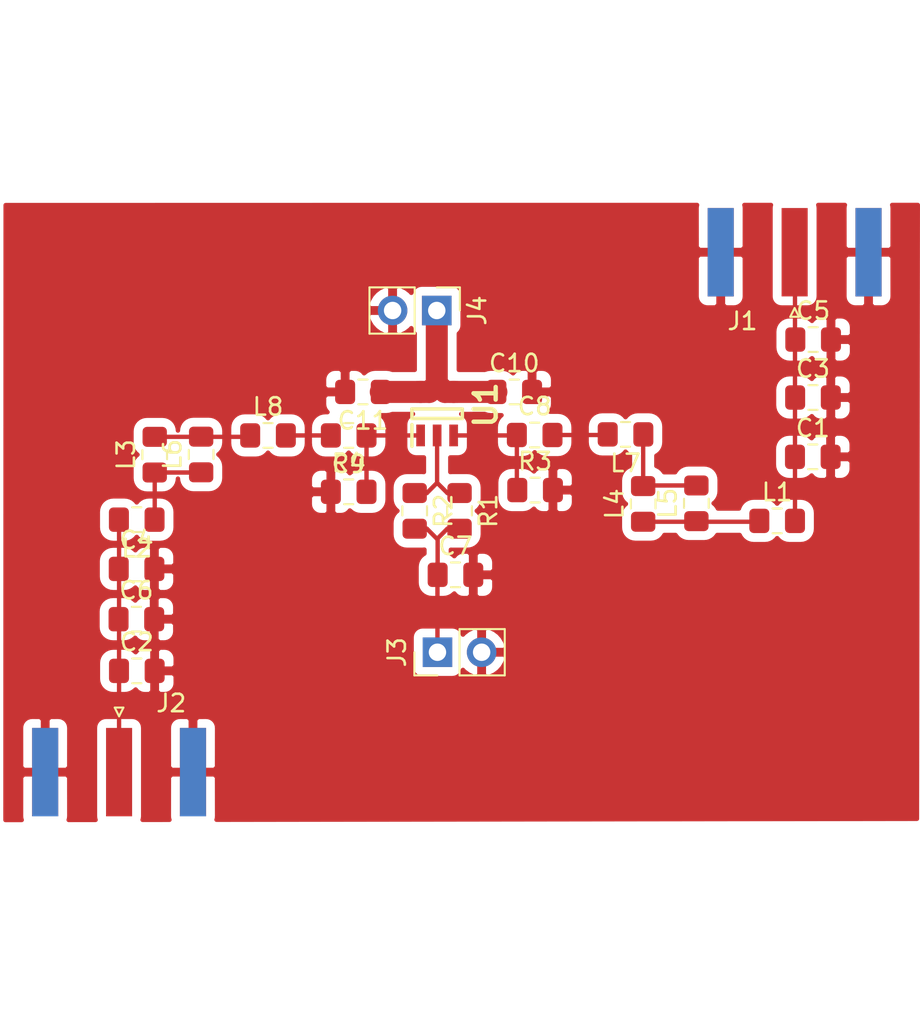
<source format=kicad_pcb>
(kicad_pcb (version 20171130) (host pcbnew "(5.1.5-0-10_14)")

  (general
    (thickness 1.6)
    (drawings 0)
    (tracks 49)
    (zones 0)
    (modules 28)
    (nets 15)
  )

  (page A4)
  (layers
    (0 F.Cu signal)
    (31 B.Cu signal)
    (32 B.Adhes user)
    (33 F.Adhes user)
    (34 B.Paste user)
    (35 F.Paste user)
    (36 B.SilkS user)
    (37 F.SilkS user)
    (38 B.Mask user)
    (39 F.Mask user)
    (40 Dwgs.User user)
    (41 Cmts.User user)
    (42 Eco1.User user)
    (43 Eco2.User user)
    (44 Edge.Cuts user)
    (45 Margin user)
    (46 B.CrtYd user)
    (47 F.CrtYd user)
    (48 B.Fab user)
    (49 F.Fab user)
  )

  (setup
    (last_trace_width 0.25)
    (trace_clearance 0.2)
    (zone_clearance 0.508)
    (zone_45_only no)
    (trace_min 0.2)
    (via_size 0.8)
    (via_drill 0.4)
    (via_min_size 0.4)
    (via_min_drill 0.3)
    (uvia_size 0.3)
    (uvia_drill 0.1)
    (uvias_allowed no)
    (uvia_min_size 0.2)
    (uvia_min_drill 0.1)
    (edge_width 0.05)
    (segment_width 0.2)
    (pcb_text_width 0.3)
    (pcb_text_size 1.5 1.5)
    (mod_edge_width 0.12)
    (mod_text_size 1 1)
    (mod_text_width 0.15)
    (pad_size 1.524 1.524)
    (pad_drill 0.762)
    (pad_to_mask_clearance 0.051)
    (solder_mask_min_width 0.25)
    (aux_axis_origin 0 0)
    (visible_elements FFFFFF7F)
    (pcbplotparams
      (layerselection 0x010fc_ffffffff)
      (usegerberextensions false)
      (usegerberattributes false)
      (usegerberadvancedattributes false)
      (creategerberjobfile false)
      (excludeedgelayer true)
      (linewidth 0.100000)
      (plotframeref false)
      (viasonmask false)
      (mode 1)
      (useauxorigin false)
      (hpglpennumber 1)
      (hpglpenspeed 20)
      (hpglpendiameter 15.000000)
      (psnegative false)
      (psa4output false)
      (plotreference true)
      (plotvalue true)
      (plotinvisibletext false)
      (padsonsilk false)
      (subtractmaskfromsilk false)
      (outputformat 1)
      (mirror false)
      (drillshape 1)
      (scaleselection 1)
      (outputdirectory ""))
  )

  (net 0 "")
  (net 1 GND)
  (net 2 "Net-(C1-Pad1)")
  (net 3 "Net-(C2-Pad1)")
  (net 4 "Net-(C7-Pad1)")
  (net 5 "Net-(C8-Pad1)")
  (net 6 "Net-(C8-Pad2)")
  (net 7 "Net-(C9-Pad2)")
  (net 8 "Net-(C9-Pad1)")
  (net 9 +5V)
  (net 10 "Net-(L1-Pad1)")
  (net 11 "Net-(L2-Pad1)")
  (net 12 "Net-(R1-Pad1)")
  (net 13 "Net-(L3-Pad2)")
  (net 14 "Net-(L4-Pad2)")

  (net_class Default "This is the default net class."
    (clearance 0.2)
    (trace_width 0.25)
    (via_dia 0.8)
    (via_drill 0.4)
    (uvia_dia 0.3)
    (uvia_drill 0.1)
    (add_net +5V)
    (add_net GND)
    (add_net "Net-(C1-Pad1)")
    (add_net "Net-(C2-Pad1)")
    (add_net "Net-(C7-Pad1)")
    (add_net "Net-(C8-Pad1)")
    (add_net "Net-(C8-Pad2)")
    (add_net "Net-(C9-Pad1)")
    (add_net "Net-(C9-Pad2)")
    (add_net "Net-(L1-Pad1)")
    (add_net "Net-(L2-Pad1)")
    (add_net "Net-(L3-Pad2)")
    (add_net "Net-(L4-Pad2)")
    (add_net "Net-(R1-Pad1)")
  )

  (module Capacitor_SMD:C_0805_2012Metric_Pad1.15x1.40mm_HandSolder (layer F.Cu) (tedit 5B36C52B) (tstamp 5E4E2277)
    (at 201.375 80.77)
    (descr "Capacitor SMD 0805 (2012 Metric), square (rectangular) end terminal, IPC_7351 nominal with elongated pad for handsoldering. (Body size source: https://docs.google.com/spreadsheets/d/1BsfQQcO9C6DZCsRaXUlFlo91Tg2WpOkGARC1WS5S8t0/edit?usp=sharing), generated with kicad-footprint-generator")
    (tags "capacitor handsolder")
    (path /5E4FD576)
    (attr smd)
    (fp_text reference C1 (at 0 -1.65) (layer F.SilkS)
      (effects (font (size 1 1) (thickness 0.15)))
    )
    (fp_text value 220pF (at 0 1.65) (layer F.Fab)
      (effects (font (size 1 1) (thickness 0.15)))
    )
    (fp_text user %R (at 0 0) (layer F.Fab)
      (effects (font (size 0.5 0.5) (thickness 0.08)))
    )
    (fp_line (start 1.85 0.95) (end -1.85 0.95) (layer F.CrtYd) (width 0.05))
    (fp_line (start 1.85 -0.95) (end 1.85 0.95) (layer F.CrtYd) (width 0.05))
    (fp_line (start -1.85 -0.95) (end 1.85 -0.95) (layer F.CrtYd) (width 0.05))
    (fp_line (start -1.85 0.95) (end -1.85 -0.95) (layer F.CrtYd) (width 0.05))
    (fp_line (start -0.261252 0.71) (end 0.261252 0.71) (layer F.SilkS) (width 0.12))
    (fp_line (start -0.261252 -0.71) (end 0.261252 -0.71) (layer F.SilkS) (width 0.12))
    (fp_line (start 1 0.6) (end -1 0.6) (layer F.Fab) (width 0.1))
    (fp_line (start 1 -0.6) (end 1 0.6) (layer F.Fab) (width 0.1))
    (fp_line (start -1 -0.6) (end 1 -0.6) (layer F.Fab) (width 0.1))
    (fp_line (start -1 0.6) (end -1 -0.6) (layer F.Fab) (width 0.1))
    (pad 2 smd roundrect (at 1.025 0) (size 1.15 1.4) (layers F.Cu F.Paste F.Mask) (roundrect_rratio 0.217391)
      (net 1 GND))
    (pad 1 smd roundrect (at -1.025 0) (size 1.15 1.4) (layers F.Cu F.Paste F.Mask) (roundrect_rratio 0.217391)
      (net 2 "Net-(C1-Pad1)"))
    (model ${KISYS3DMOD}/Capacitor_SMD.3dshapes/C_0805_2012Metric.wrl
      (at (xyz 0 0 0))
      (scale (xyz 1 1 1))
      (rotate (xyz 0 0 0))
    )
  )

  (module Capacitor_SMD:C_0805_2012Metric_Pad1.15x1.40mm_HandSolder (layer F.Cu) (tedit 5B36C52B) (tstamp 5E4E2288)
    (at 162.5 93.07)
    (descr "Capacitor SMD 0805 (2012 Metric), square (rectangular) end terminal, IPC_7351 nominal with elongated pad for handsoldering. (Body size source: https://docs.google.com/spreadsheets/d/1BsfQQcO9C6DZCsRaXUlFlo91Tg2WpOkGARC1WS5S8t0/edit?usp=sharing), generated with kicad-footprint-generator")
    (tags "capacitor handsolder")
    (path /5E4DCA79)
    (attr smd)
    (fp_text reference C2 (at 0 -1.65) (layer F.SilkS)
      (effects (font (size 1 1) (thickness 0.15)))
    )
    (fp_text value 220pF (at 0 1.65) (layer F.Fab)
      (effects (font (size 1 1) (thickness 0.15)))
    )
    (fp_line (start -1 0.6) (end -1 -0.6) (layer F.Fab) (width 0.1))
    (fp_line (start -1 -0.6) (end 1 -0.6) (layer F.Fab) (width 0.1))
    (fp_line (start 1 -0.6) (end 1 0.6) (layer F.Fab) (width 0.1))
    (fp_line (start 1 0.6) (end -1 0.6) (layer F.Fab) (width 0.1))
    (fp_line (start -0.261252 -0.71) (end 0.261252 -0.71) (layer F.SilkS) (width 0.12))
    (fp_line (start -0.261252 0.71) (end 0.261252 0.71) (layer F.SilkS) (width 0.12))
    (fp_line (start -1.85 0.95) (end -1.85 -0.95) (layer F.CrtYd) (width 0.05))
    (fp_line (start -1.85 -0.95) (end 1.85 -0.95) (layer F.CrtYd) (width 0.05))
    (fp_line (start 1.85 -0.95) (end 1.85 0.95) (layer F.CrtYd) (width 0.05))
    (fp_line (start 1.85 0.95) (end -1.85 0.95) (layer F.CrtYd) (width 0.05))
    (fp_text user %R (at 0 0) (layer F.Fab)
      (effects (font (size 0.5 0.5) (thickness 0.08)))
    )
    (pad 1 smd roundrect (at -1.025 0) (size 1.15 1.4) (layers F.Cu F.Paste F.Mask) (roundrect_rratio 0.217391)
      (net 3 "Net-(C2-Pad1)"))
    (pad 2 smd roundrect (at 1.025 0) (size 1.15 1.4) (layers F.Cu F.Paste F.Mask) (roundrect_rratio 0.217391)
      (net 1 GND))
    (model ${KISYS3DMOD}/Capacitor_SMD.3dshapes/C_0805_2012Metric.wrl
      (at (xyz 0 0 0))
      (scale (xyz 1 1 1))
      (rotate (xyz 0 0 0))
    )
  )

  (module Capacitor_SMD:C_0805_2012Metric_Pad1.15x1.40mm_HandSolder (layer F.Cu) (tedit 5B36C52B) (tstamp 5E4E2299)
    (at 201.385 77.36)
    (descr "Capacitor SMD 0805 (2012 Metric), square (rectangular) end terminal, IPC_7351 nominal with elongated pad for handsoldering. (Body size source: https://docs.google.com/spreadsheets/d/1BsfQQcO9C6DZCsRaXUlFlo91Tg2WpOkGARC1WS5S8t0/edit?usp=sharing), generated with kicad-footprint-generator")
    (tags "capacitor handsolder")
    (path /5E4FD57C)
    (attr smd)
    (fp_text reference C3 (at 0 -1.65) (layer F.SilkS)
      (effects (font (size 1 1) (thickness 0.15)))
    )
    (fp_text value 22pF (at 0 1.65) (layer F.Fab)
      (effects (font (size 1 1) (thickness 0.15)))
    )
    (fp_line (start -1 0.6) (end -1 -0.6) (layer F.Fab) (width 0.1))
    (fp_line (start -1 -0.6) (end 1 -0.6) (layer F.Fab) (width 0.1))
    (fp_line (start 1 -0.6) (end 1 0.6) (layer F.Fab) (width 0.1))
    (fp_line (start 1 0.6) (end -1 0.6) (layer F.Fab) (width 0.1))
    (fp_line (start -0.261252 -0.71) (end 0.261252 -0.71) (layer F.SilkS) (width 0.12))
    (fp_line (start -0.261252 0.71) (end 0.261252 0.71) (layer F.SilkS) (width 0.12))
    (fp_line (start -1.85 0.95) (end -1.85 -0.95) (layer F.CrtYd) (width 0.05))
    (fp_line (start -1.85 -0.95) (end 1.85 -0.95) (layer F.CrtYd) (width 0.05))
    (fp_line (start 1.85 -0.95) (end 1.85 0.95) (layer F.CrtYd) (width 0.05))
    (fp_line (start 1.85 0.95) (end -1.85 0.95) (layer F.CrtYd) (width 0.05))
    (fp_text user %R (at 0 0) (layer F.Fab)
      (effects (font (size 0.5 0.5) (thickness 0.08)))
    )
    (pad 1 smd roundrect (at -1.025 0) (size 1.15 1.4) (layers F.Cu F.Paste F.Mask) (roundrect_rratio 0.217391)
      (net 2 "Net-(C1-Pad1)"))
    (pad 2 smd roundrect (at 1.025 0) (size 1.15 1.4) (layers F.Cu F.Paste F.Mask) (roundrect_rratio 0.217391)
      (net 1 GND))
    (model ${KISYS3DMOD}/Capacitor_SMD.3dshapes/C_0805_2012Metric.wrl
      (at (xyz 0 0 0))
      (scale (xyz 1 1 1))
      (rotate (xyz 0 0 0))
    )
  )

  (module Capacitor_SMD:C_0805_2012Metric_Pad1.15x1.40mm_HandSolder (layer F.Cu) (tedit 5B36C52B) (tstamp 5E4E22AA)
    (at 162.485 87.21)
    (descr "Capacitor SMD 0805 (2012 Metric), square (rectangular) end terminal, IPC_7351 nominal with elongated pad for handsoldering. (Body size source: https://docs.google.com/spreadsheets/d/1BsfQQcO9C6DZCsRaXUlFlo91Tg2WpOkGARC1WS5S8t0/edit?usp=sharing), generated with kicad-footprint-generator")
    (tags "capacitor handsolder")
    (path /5E4DDC62)
    (attr smd)
    (fp_text reference C4 (at 0 -1.65) (layer F.SilkS)
      (effects (font (size 1 1) (thickness 0.15)))
    )
    (fp_text value 22pF (at 0 1.65) (layer F.Fab)
      (effects (font (size 1 1) (thickness 0.15)))
    )
    (fp_text user %R (at 0 0) (layer F.Fab)
      (effects (font (size 0.5 0.5) (thickness 0.08)))
    )
    (fp_line (start 1.85 0.95) (end -1.85 0.95) (layer F.CrtYd) (width 0.05))
    (fp_line (start 1.85 -0.95) (end 1.85 0.95) (layer F.CrtYd) (width 0.05))
    (fp_line (start -1.85 -0.95) (end 1.85 -0.95) (layer F.CrtYd) (width 0.05))
    (fp_line (start -1.85 0.95) (end -1.85 -0.95) (layer F.CrtYd) (width 0.05))
    (fp_line (start -0.261252 0.71) (end 0.261252 0.71) (layer F.SilkS) (width 0.12))
    (fp_line (start -0.261252 -0.71) (end 0.261252 -0.71) (layer F.SilkS) (width 0.12))
    (fp_line (start 1 0.6) (end -1 0.6) (layer F.Fab) (width 0.1))
    (fp_line (start 1 -0.6) (end 1 0.6) (layer F.Fab) (width 0.1))
    (fp_line (start -1 -0.6) (end 1 -0.6) (layer F.Fab) (width 0.1))
    (fp_line (start -1 0.6) (end -1 -0.6) (layer F.Fab) (width 0.1))
    (pad 2 smd roundrect (at 1.025 0) (size 1.15 1.4) (layers F.Cu F.Paste F.Mask) (roundrect_rratio 0.217391)
      (net 1 GND))
    (pad 1 smd roundrect (at -1.025 0) (size 1.15 1.4) (layers F.Cu F.Paste F.Mask) (roundrect_rratio 0.217391)
      (net 3 "Net-(C2-Pad1)"))
    (model ${KISYS3DMOD}/Capacitor_SMD.3dshapes/C_0805_2012Metric.wrl
      (at (xyz 0 0 0))
      (scale (xyz 1 1 1))
      (rotate (xyz 0 0 0))
    )
  )

  (module Capacitor_SMD:C_0805_2012Metric_Pad1.15x1.40mm_HandSolder (layer F.Cu) (tedit 5B36C52B) (tstamp 5E4E22BB)
    (at 201.395 74.03)
    (descr "Capacitor SMD 0805 (2012 Metric), square (rectangular) end terminal, IPC_7351 nominal with elongated pad for handsoldering. (Body size source: https://docs.google.com/spreadsheets/d/1BsfQQcO9C6DZCsRaXUlFlo91Tg2WpOkGARC1WS5S8t0/edit?usp=sharing), generated with kicad-footprint-generator")
    (tags "capacitor handsolder")
    (path /5E4FD582)
    (attr smd)
    (fp_text reference C5 (at 0 -1.65) (layer F.SilkS)
      (effects (font (size 1 1) (thickness 0.15)))
    )
    (fp_text value 330pF (at 0 1.65) (layer F.Fab)
      (effects (font (size 1 1) (thickness 0.15)))
    )
    (fp_text user %R (at 0 0) (layer F.Fab)
      (effects (font (size 0.5 0.5) (thickness 0.08)))
    )
    (fp_line (start 1.85 0.95) (end -1.85 0.95) (layer F.CrtYd) (width 0.05))
    (fp_line (start 1.85 -0.95) (end 1.85 0.95) (layer F.CrtYd) (width 0.05))
    (fp_line (start -1.85 -0.95) (end 1.85 -0.95) (layer F.CrtYd) (width 0.05))
    (fp_line (start -1.85 0.95) (end -1.85 -0.95) (layer F.CrtYd) (width 0.05))
    (fp_line (start -0.261252 0.71) (end 0.261252 0.71) (layer F.SilkS) (width 0.12))
    (fp_line (start -0.261252 -0.71) (end 0.261252 -0.71) (layer F.SilkS) (width 0.12))
    (fp_line (start 1 0.6) (end -1 0.6) (layer F.Fab) (width 0.1))
    (fp_line (start 1 -0.6) (end 1 0.6) (layer F.Fab) (width 0.1))
    (fp_line (start -1 -0.6) (end 1 -0.6) (layer F.Fab) (width 0.1))
    (fp_line (start -1 0.6) (end -1 -0.6) (layer F.Fab) (width 0.1))
    (pad 2 smd roundrect (at 1.025 0) (size 1.15 1.4) (layers F.Cu F.Paste F.Mask) (roundrect_rratio 0.217391)
      (net 1 GND))
    (pad 1 smd roundrect (at -1.025 0) (size 1.15 1.4) (layers F.Cu F.Paste F.Mask) (roundrect_rratio 0.217391)
      (net 2 "Net-(C1-Pad1)"))
    (model ${KISYS3DMOD}/Capacitor_SMD.3dshapes/C_0805_2012Metric.wrl
      (at (xyz 0 0 0))
      (scale (xyz 1 1 1))
      (rotate (xyz 0 0 0))
    )
  )

  (module Capacitor_SMD:C_0805_2012Metric_Pad1.15x1.40mm_HandSolder (layer F.Cu) (tedit 5B36C52B) (tstamp 5E4E22CC)
    (at 162.475 90.1)
    (descr "Capacitor SMD 0805 (2012 Metric), square (rectangular) end terminal, IPC_7351 nominal with elongated pad for handsoldering. (Body size source: https://docs.google.com/spreadsheets/d/1BsfQQcO9C6DZCsRaXUlFlo91Tg2WpOkGARC1WS5S8t0/edit?usp=sharing), generated with kicad-footprint-generator")
    (tags "capacitor handsolder")
    (path /5E4DDE94)
    (attr smd)
    (fp_text reference C6 (at 0 -1.65) (layer F.SilkS)
      (effects (font (size 1 1) (thickness 0.15)))
    )
    (fp_text value 330pF (at 0 1.65) (layer F.Fab)
      (effects (font (size 1 1) (thickness 0.15)))
    )
    (fp_line (start -1 0.6) (end -1 -0.6) (layer F.Fab) (width 0.1))
    (fp_line (start -1 -0.6) (end 1 -0.6) (layer F.Fab) (width 0.1))
    (fp_line (start 1 -0.6) (end 1 0.6) (layer F.Fab) (width 0.1))
    (fp_line (start 1 0.6) (end -1 0.6) (layer F.Fab) (width 0.1))
    (fp_line (start -0.261252 -0.71) (end 0.261252 -0.71) (layer F.SilkS) (width 0.12))
    (fp_line (start -0.261252 0.71) (end 0.261252 0.71) (layer F.SilkS) (width 0.12))
    (fp_line (start -1.85 0.95) (end -1.85 -0.95) (layer F.CrtYd) (width 0.05))
    (fp_line (start -1.85 -0.95) (end 1.85 -0.95) (layer F.CrtYd) (width 0.05))
    (fp_line (start 1.85 -0.95) (end 1.85 0.95) (layer F.CrtYd) (width 0.05))
    (fp_line (start 1.85 0.95) (end -1.85 0.95) (layer F.CrtYd) (width 0.05))
    (fp_text user %R (at 0 0) (layer F.Fab)
      (effects (font (size 0.5 0.5) (thickness 0.08)))
    )
    (pad 1 smd roundrect (at -1.025 0) (size 1.15 1.4) (layers F.Cu F.Paste F.Mask) (roundrect_rratio 0.217391)
      (net 3 "Net-(C2-Pad1)"))
    (pad 2 smd roundrect (at 1.025 0) (size 1.15 1.4) (layers F.Cu F.Paste F.Mask) (roundrect_rratio 0.217391)
      (net 1 GND))
    (model ${KISYS3DMOD}/Capacitor_SMD.3dshapes/C_0805_2012Metric.wrl
      (at (xyz 0 0 0))
      (scale (xyz 1 1 1))
      (rotate (xyz 0 0 0))
    )
  )

  (module Capacitor_SMD:C_0805_2012Metric_Pad1.15x1.40mm_HandSolder (layer F.Cu) (tedit 5B36C52B) (tstamp 5E4E22DD)
    (at 180.825 87.55)
    (descr "Capacitor SMD 0805 (2012 Metric), square (rectangular) end terminal, IPC_7351 nominal with elongated pad for handsoldering. (Body size source: https://docs.google.com/spreadsheets/d/1BsfQQcO9C6DZCsRaXUlFlo91Tg2WpOkGARC1WS5S8t0/edit?usp=sharing), generated with kicad-footprint-generator")
    (tags "capacitor handsolder")
    (path /5E4EF604)
    (attr smd)
    (fp_text reference C7 (at 0 -1.65) (layer F.SilkS)
      (effects (font (size 1 1) (thickness 0.15)))
    )
    (fp_text value 10nH (at 0 1.65) (layer F.Fab)
      (effects (font (size 1 1) (thickness 0.15)))
    )
    (fp_line (start -1 0.6) (end -1 -0.6) (layer F.Fab) (width 0.1))
    (fp_line (start -1 -0.6) (end 1 -0.6) (layer F.Fab) (width 0.1))
    (fp_line (start 1 -0.6) (end 1 0.6) (layer F.Fab) (width 0.1))
    (fp_line (start 1 0.6) (end -1 0.6) (layer F.Fab) (width 0.1))
    (fp_line (start -0.261252 -0.71) (end 0.261252 -0.71) (layer F.SilkS) (width 0.12))
    (fp_line (start -0.261252 0.71) (end 0.261252 0.71) (layer F.SilkS) (width 0.12))
    (fp_line (start -1.85 0.95) (end -1.85 -0.95) (layer F.CrtYd) (width 0.05))
    (fp_line (start -1.85 -0.95) (end 1.85 -0.95) (layer F.CrtYd) (width 0.05))
    (fp_line (start 1.85 -0.95) (end 1.85 0.95) (layer F.CrtYd) (width 0.05))
    (fp_line (start 1.85 0.95) (end -1.85 0.95) (layer F.CrtYd) (width 0.05))
    (fp_text user %R (at 0 0) (layer F.Fab)
      (effects (font (size 0.5 0.5) (thickness 0.08)))
    )
    (pad 1 smd roundrect (at -1.025 0) (size 1.15 1.4) (layers F.Cu F.Paste F.Mask) (roundrect_rratio 0.217391)
      (net 4 "Net-(C7-Pad1)"))
    (pad 2 smd roundrect (at 1.025 0) (size 1.15 1.4) (layers F.Cu F.Paste F.Mask) (roundrect_rratio 0.217391)
      (net 1 GND))
    (model ${KISYS3DMOD}/Capacitor_SMD.3dshapes/C_0805_2012Metric.wrl
      (at (xyz 0 0 0))
      (scale (xyz 1 1 1))
      (rotate (xyz 0 0 0))
    )
  )

  (module Capacitor_SMD:C_0805_2012Metric_Pad1.15x1.40mm_HandSolder (layer F.Cu) (tedit 5B36C52B) (tstamp 5E4E22EE)
    (at 185.38 79.515)
    (descr "Capacitor SMD 0805 (2012 Metric), square (rectangular) end terminal, IPC_7351 nominal with elongated pad for handsoldering. (Body size source: https://docs.google.com/spreadsheets/d/1BsfQQcO9C6DZCsRaXUlFlo91Tg2WpOkGARC1WS5S8t0/edit?usp=sharing), generated with kicad-footprint-generator")
    (tags "capacitor handsolder")
    (path /5E4FD5A0)
    (attr smd)
    (fp_text reference C8 (at 0 -1.65) (layer F.SilkS)
      (effects (font (size 1 1) (thickness 0.15)))
    )
    (fp_text value 10nF (at 0 1.65) (layer F.Fab)
      (effects (font (size 1 1) (thickness 0.15)))
    )
    (fp_line (start -1 0.6) (end -1 -0.6) (layer F.Fab) (width 0.1))
    (fp_line (start -1 -0.6) (end 1 -0.6) (layer F.Fab) (width 0.1))
    (fp_line (start 1 -0.6) (end 1 0.6) (layer F.Fab) (width 0.1))
    (fp_line (start 1 0.6) (end -1 0.6) (layer F.Fab) (width 0.1))
    (fp_line (start -0.261252 -0.71) (end 0.261252 -0.71) (layer F.SilkS) (width 0.12))
    (fp_line (start -0.261252 0.71) (end 0.261252 0.71) (layer F.SilkS) (width 0.12))
    (fp_line (start -1.85 0.95) (end -1.85 -0.95) (layer F.CrtYd) (width 0.05))
    (fp_line (start -1.85 -0.95) (end 1.85 -0.95) (layer F.CrtYd) (width 0.05))
    (fp_line (start 1.85 -0.95) (end 1.85 0.95) (layer F.CrtYd) (width 0.05))
    (fp_line (start 1.85 0.95) (end -1.85 0.95) (layer F.CrtYd) (width 0.05))
    (fp_text user %R (at 0 0) (layer F.Fab)
      (effects (font (size 0.5 0.5) (thickness 0.08)))
    )
    (pad 1 smd roundrect (at -1.025 0) (size 1.15 1.4) (layers F.Cu F.Paste F.Mask) (roundrect_rratio 0.217391)
      (net 5 "Net-(C8-Pad1)"))
    (pad 2 smd roundrect (at 1.025 0) (size 1.15 1.4) (layers F.Cu F.Paste F.Mask) (roundrect_rratio 0.217391)
      (net 6 "Net-(C8-Pad2)"))
    (model ${KISYS3DMOD}/Capacitor_SMD.3dshapes/C_0805_2012Metric.wrl
      (at (xyz 0 0 0))
      (scale (xyz 1 1 1))
      (rotate (xyz 0 0 0))
    )
  )

  (module Capacitor_SMD:C_0805_2012Metric_Pad1.15x1.40mm_HandSolder (layer F.Cu) (tedit 5B36C52B) (tstamp 5E4E22FF)
    (at 174.685 79.54 180)
    (descr "Capacitor SMD 0805 (2012 Metric), square (rectangular) end terminal, IPC_7351 nominal with elongated pad for handsoldering. (Body size source: https://docs.google.com/spreadsheets/d/1BsfQQcO9C6DZCsRaXUlFlo91Tg2WpOkGARC1WS5S8t0/edit?usp=sharing), generated with kicad-footprint-generator")
    (tags "capacitor handsolder")
    (path /5E4DFCC0)
    (attr smd)
    (fp_text reference C9 (at 0 -1.65) (layer F.SilkS)
      (effects (font (size 1 1) (thickness 0.15)))
    )
    (fp_text value 10nF (at 0 1.65) (layer F.Fab)
      (effects (font (size 1 1) (thickness 0.15)))
    )
    (fp_text user %R (at 0 0) (layer F.Fab)
      (effects (font (size 0.5 0.5) (thickness 0.08)))
    )
    (fp_line (start 1.85 0.95) (end -1.85 0.95) (layer F.CrtYd) (width 0.05))
    (fp_line (start 1.85 -0.95) (end 1.85 0.95) (layer F.CrtYd) (width 0.05))
    (fp_line (start -1.85 -0.95) (end 1.85 -0.95) (layer F.CrtYd) (width 0.05))
    (fp_line (start -1.85 0.95) (end -1.85 -0.95) (layer F.CrtYd) (width 0.05))
    (fp_line (start -0.261252 0.71) (end 0.261252 0.71) (layer F.SilkS) (width 0.12))
    (fp_line (start -0.261252 -0.71) (end 0.261252 -0.71) (layer F.SilkS) (width 0.12))
    (fp_line (start 1 0.6) (end -1 0.6) (layer F.Fab) (width 0.1))
    (fp_line (start 1 -0.6) (end 1 0.6) (layer F.Fab) (width 0.1))
    (fp_line (start -1 -0.6) (end 1 -0.6) (layer F.Fab) (width 0.1))
    (fp_line (start -1 0.6) (end -1 -0.6) (layer F.Fab) (width 0.1))
    (pad 2 smd roundrect (at 1.025 0 180) (size 1.15 1.4) (layers F.Cu F.Paste F.Mask) (roundrect_rratio 0.217391)
      (net 7 "Net-(C9-Pad2)"))
    (pad 1 smd roundrect (at -1.025 0 180) (size 1.15 1.4) (layers F.Cu F.Paste F.Mask) (roundrect_rratio 0.217391)
      (net 8 "Net-(C9-Pad1)"))
    (model ${KISYS3DMOD}/Capacitor_SMD.3dshapes/C_0805_2012Metric.wrl
      (at (xyz 0 0 0))
      (scale (xyz 1 1 1))
      (rotate (xyz 0 0 0))
    )
  )

  (module Capacitor_SMD:C_0805_2012Metric_Pad1.15x1.40mm_HandSolder (layer F.Cu) (tedit 5B36C52B) (tstamp 5E4E2310)
    (at 184.205 77.04)
    (descr "Capacitor SMD 0805 (2012 Metric), square (rectangular) end terminal, IPC_7351 nominal with elongated pad for handsoldering. (Body size source: https://docs.google.com/spreadsheets/d/1BsfQQcO9C6DZCsRaXUlFlo91Tg2WpOkGARC1WS5S8t0/edit?usp=sharing), generated with kicad-footprint-generator")
    (tags "capacitor handsolder")
    (path /5E504A1F)
    (attr smd)
    (fp_text reference C10 (at 0 -1.65) (layer F.SilkS)
      (effects (font (size 1 1) (thickness 0.15)))
    )
    (fp_text value 10nF (at 0 1.65) (layer F.Fab)
      (effects (font (size 1 1) (thickness 0.15)))
    )
    (fp_line (start -1 0.6) (end -1 -0.6) (layer F.Fab) (width 0.1))
    (fp_line (start -1 -0.6) (end 1 -0.6) (layer F.Fab) (width 0.1))
    (fp_line (start 1 -0.6) (end 1 0.6) (layer F.Fab) (width 0.1))
    (fp_line (start 1 0.6) (end -1 0.6) (layer F.Fab) (width 0.1))
    (fp_line (start -0.261252 -0.71) (end 0.261252 -0.71) (layer F.SilkS) (width 0.12))
    (fp_line (start -0.261252 0.71) (end 0.261252 0.71) (layer F.SilkS) (width 0.12))
    (fp_line (start -1.85 0.95) (end -1.85 -0.95) (layer F.CrtYd) (width 0.05))
    (fp_line (start -1.85 -0.95) (end 1.85 -0.95) (layer F.CrtYd) (width 0.05))
    (fp_line (start 1.85 -0.95) (end 1.85 0.95) (layer F.CrtYd) (width 0.05))
    (fp_line (start 1.85 0.95) (end -1.85 0.95) (layer F.CrtYd) (width 0.05))
    (fp_text user %R (at 0 0) (layer F.Fab)
      (effects (font (size 0.5 0.5) (thickness 0.08)))
    )
    (pad 1 smd roundrect (at -1.025 0) (size 1.15 1.4) (layers F.Cu F.Paste F.Mask) (roundrect_rratio 0.217391)
      (net 9 +5V))
    (pad 2 smd roundrect (at 1.025 0) (size 1.15 1.4) (layers F.Cu F.Paste F.Mask) (roundrect_rratio 0.217391)
      (net 1 GND))
    (model ${KISYS3DMOD}/Capacitor_SMD.3dshapes/C_0805_2012Metric.wrl
      (at (xyz 0 0 0))
      (scale (xyz 1 1 1))
      (rotate (xyz 0 0 0))
    )
  )

  (module Capacitor_SMD:C_0805_2012Metric_Pad1.15x1.40mm_HandSolder (layer F.Cu) (tedit 5B36C52B) (tstamp 5E4E2321)
    (at 175.505 77.04 180)
    (descr "Capacitor SMD 0805 (2012 Metric), square (rectangular) end terminal, IPC_7351 nominal with elongated pad for handsoldering. (Body size source: https://docs.google.com/spreadsheets/d/1BsfQQcO9C6DZCsRaXUlFlo91Tg2WpOkGARC1WS5S8t0/edit?usp=sharing), generated with kicad-footprint-generator")
    (tags "capacitor handsolder")
    (path /5E50432A)
    (attr smd)
    (fp_text reference C11 (at 0 -1.65) (layer F.SilkS)
      (effects (font (size 1 1) (thickness 0.15)))
    )
    (fp_text value 10nF (at 0 1.65) (layer F.Fab)
      (effects (font (size 1 1) (thickness 0.15)))
    )
    (fp_text user %R (at 0 0) (layer F.Fab)
      (effects (font (size 0.5 0.5) (thickness 0.08)))
    )
    (fp_line (start 1.85 0.95) (end -1.85 0.95) (layer F.CrtYd) (width 0.05))
    (fp_line (start 1.85 -0.95) (end 1.85 0.95) (layer F.CrtYd) (width 0.05))
    (fp_line (start -1.85 -0.95) (end 1.85 -0.95) (layer F.CrtYd) (width 0.05))
    (fp_line (start -1.85 0.95) (end -1.85 -0.95) (layer F.CrtYd) (width 0.05))
    (fp_line (start -0.261252 0.71) (end 0.261252 0.71) (layer F.SilkS) (width 0.12))
    (fp_line (start -0.261252 -0.71) (end 0.261252 -0.71) (layer F.SilkS) (width 0.12))
    (fp_line (start 1 0.6) (end -1 0.6) (layer F.Fab) (width 0.1))
    (fp_line (start 1 -0.6) (end 1 0.6) (layer F.Fab) (width 0.1))
    (fp_line (start -1 -0.6) (end 1 -0.6) (layer F.Fab) (width 0.1))
    (fp_line (start -1 0.6) (end -1 -0.6) (layer F.Fab) (width 0.1))
    (pad 2 smd roundrect (at 1.025 0 180) (size 1.15 1.4) (layers F.Cu F.Paste F.Mask) (roundrect_rratio 0.217391)
      (net 1 GND))
    (pad 1 smd roundrect (at -1.025 0 180) (size 1.15 1.4) (layers F.Cu F.Paste F.Mask) (roundrect_rratio 0.217391)
      (net 9 +5V))
    (model ${KISYS3DMOD}/Capacitor_SMD.3dshapes/C_0805_2012Metric.wrl
      (at (xyz 0 0 0))
      (scale (xyz 1 1 1))
      (rotate (xyz 0 0 0))
    )
  )

  (module Connector_Coaxial:SMA_Amphenol_132289_EdgeMount (layer F.Cu) (tedit 5A1C1810) (tstamp 5E4E2344)
    (at 200.33 69.01 90)
    (descr http://www.amphenolrf.com/132289.html)
    (tags SMA)
    (path /5E4FD570)
    (attr smd)
    (fp_text reference J1 (at -3.96 -3) (layer F.SilkS)
      (effects (font (size 1 1) (thickness 0.15)))
    )
    (fp_text value Conn_Coaxial (at 5 6 90) (layer F.Fab)
      (effects (font (size 1 1) (thickness 0.15)))
    )
    (fp_line (start -1.91 5.08) (end 4.445 5.08) (layer F.Fab) (width 0.1))
    (fp_line (start -1.91 3.81) (end -1.91 5.08) (layer F.Fab) (width 0.1))
    (fp_line (start 2.54 3.81) (end -1.91 3.81) (layer F.Fab) (width 0.1))
    (fp_line (start 2.54 -3.81) (end 2.54 3.81) (layer F.Fab) (width 0.1))
    (fp_line (start -1.91 -3.81) (end 2.54 -3.81) (layer F.Fab) (width 0.1))
    (fp_line (start -1.91 -5.08) (end -1.91 -3.81) (layer F.Fab) (width 0.1))
    (fp_line (start -1.91 -5.08) (end 4.445 -5.08) (layer F.Fab) (width 0.1))
    (fp_line (start 4.445 -3.81) (end 4.445 -5.08) (layer F.Fab) (width 0.1))
    (fp_line (start 4.445 5.08) (end 4.445 3.81) (layer F.Fab) (width 0.1))
    (fp_line (start 13.97 3.81) (end 4.445 3.81) (layer F.Fab) (width 0.1))
    (fp_line (start 13.97 -3.81) (end 13.97 3.81) (layer F.Fab) (width 0.1))
    (fp_line (start 4.445 -3.81) (end 13.97 -3.81) (layer F.Fab) (width 0.1))
    (fp_line (start -3.04 5.58) (end -3.04 -5.58) (layer B.CrtYd) (width 0.05))
    (fp_line (start 14.47 5.58) (end -3.04 5.58) (layer B.CrtYd) (width 0.05))
    (fp_line (start 14.47 -5.58) (end 14.47 5.58) (layer B.CrtYd) (width 0.05))
    (fp_line (start 14.47 -5.58) (end -3.04 -5.58) (layer B.CrtYd) (width 0.05))
    (fp_line (start -3.04 5.58) (end -3.04 -5.58) (layer F.CrtYd) (width 0.05))
    (fp_line (start 14.47 5.58) (end -3.04 5.58) (layer F.CrtYd) (width 0.05))
    (fp_line (start 14.47 -5.58) (end 14.47 5.58) (layer F.CrtYd) (width 0.05))
    (fp_line (start 14.47 -5.58) (end -3.04 -5.58) (layer F.CrtYd) (width 0.05))
    (fp_text user %R (at 4.79 0 180) (layer F.Fab)
      (effects (font (size 1 1) (thickness 0.15)))
    )
    (fp_line (start 2.54 -0.75) (end 3.54 0) (layer F.Fab) (width 0.1))
    (fp_line (start 3.54 0) (end 2.54 0.75) (layer F.Fab) (width 0.1))
    (fp_line (start -3.21 0) (end -3.71 -0.25) (layer F.SilkS) (width 0.12))
    (fp_line (start -3.71 -0.25) (end -3.71 0.25) (layer F.SilkS) (width 0.12))
    (fp_line (start -3.71 0.25) (end -3.21 0) (layer F.SilkS) (width 0.12))
    (pad 1 smd rect (at 0 0 180) (size 1.5 5.08) (layers F.Cu F.Paste F.Mask)
      (net 2 "Net-(C1-Pad1)"))
    (pad 2 smd rect (at 0 -4.25 180) (size 1.5 5.08) (layers F.Cu F.Paste F.Mask)
      (net 1 GND))
    (pad 2 smd rect (at 0 4.25 180) (size 1.5 5.08) (layers F.Cu F.Paste F.Mask)
      (net 1 GND))
    (pad 2 smd rect (at 0 -4.25 180) (size 1.5 5.08) (layers B.Cu B.Paste B.Mask)
      (net 1 GND))
    (pad 2 smd rect (at 0 4.25 180) (size 1.5 5.08) (layers B.Cu B.Paste B.Mask)
      (net 1 GND))
    (model ${KISYS3DMOD}/Connector_Coaxial.3dshapes/SMA_Amphenol_132289_EdgeMount.wrl
      (at (xyz 0 0 0))
      (scale (xyz 1 1 1))
      (rotate (xyz 0 0 0))
    )
  )

  (module Connector_Coaxial:SMA_Amphenol_132289_EdgeMount (layer F.Cu) (tedit 5A1C1810) (tstamp 5E4E2367)
    (at 161.48 98.89 270)
    (descr http://www.amphenolrf.com/132289.html)
    (tags SMA)
    (path /5E4DBCA7)
    (attr smd)
    (fp_text reference J2 (at -3.96 -3) (layer F.SilkS)
      (effects (font (size 1 1) (thickness 0.15)))
    )
    (fp_text value Conn_Coaxial (at 5 6 90) (layer F.Fab)
      (effects (font (size 1 1) (thickness 0.15)))
    )
    (fp_line (start -3.71 0.25) (end -3.21 0) (layer F.SilkS) (width 0.12))
    (fp_line (start -3.71 -0.25) (end -3.71 0.25) (layer F.SilkS) (width 0.12))
    (fp_line (start -3.21 0) (end -3.71 -0.25) (layer F.SilkS) (width 0.12))
    (fp_line (start 3.54 0) (end 2.54 0.75) (layer F.Fab) (width 0.1))
    (fp_line (start 2.54 -0.75) (end 3.54 0) (layer F.Fab) (width 0.1))
    (fp_text user %R (at 4.79 0 180) (layer F.Fab)
      (effects (font (size 1 1) (thickness 0.15)))
    )
    (fp_line (start 14.47 -5.58) (end -3.04 -5.58) (layer F.CrtYd) (width 0.05))
    (fp_line (start 14.47 -5.58) (end 14.47 5.58) (layer F.CrtYd) (width 0.05))
    (fp_line (start 14.47 5.58) (end -3.04 5.58) (layer F.CrtYd) (width 0.05))
    (fp_line (start -3.04 5.58) (end -3.04 -5.58) (layer F.CrtYd) (width 0.05))
    (fp_line (start 14.47 -5.58) (end -3.04 -5.58) (layer B.CrtYd) (width 0.05))
    (fp_line (start 14.47 -5.58) (end 14.47 5.58) (layer B.CrtYd) (width 0.05))
    (fp_line (start 14.47 5.58) (end -3.04 5.58) (layer B.CrtYd) (width 0.05))
    (fp_line (start -3.04 5.58) (end -3.04 -5.58) (layer B.CrtYd) (width 0.05))
    (fp_line (start 4.445 -3.81) (end 13.97 -3.81) (layer F.Fab) (width 0.1))
    (fp_line (start 13.97 -3.81) (end 13.97 3.81) (layer F.Fab) (width 0.1))
    (fp_line (start 13.97 3.81) (end 4.445 3.81) (layer F.Fab) (width 0.1))
    (fp_line (start 4.445 5.08) (end 4.445 3.81) (layer F.Fab) (width 0.1))
    (fp_line (start 4.445 -3.81) (end 4.445 -5.08) (layer F.Fab) (width 0.1))
    (fp_line (start -1.91 -5.08) (end 4.445 -5.08) (layer F.Fab) (width 0.1))
    (fp_line (start -1.91 -5.08) (end -1.91 -3.81) (layer F.Fab) (width 0.1))
    (fp_line (start -1.91 -3.81) (end 2.54 -3.81) (layer F.Fab) (width 0.1))
    (fp_line (start 2.54 -3.81) (end 2.54 3.81) (layer F.Fab) (width 0.1))
    (fp_line (start 2.54 3.81) (end -1.91 3.81) (layer F.Fab) (width 0.1))
    (fp_line (start -1.91 3.81) (end -1.91 5.08) (layer F.Fab) (width 0.1))
    (fp_line (start -1.91 5.08) (end 4.445 5.08) (layer F.Fab) (width 0.1))
    (pad 2 smd rect (at 0 4.25) (size 1.5 5.08) (layers B.Cu B.Paste B.Mask)
      (net 1 GND))
    (pad 2 smd rect (at 0 -4.25) (size 1.5 5.08) (layers B.Cu B.Paste B.Mask)
      (net 1 GND))
    (pad 2 smd rect (at 0 4.25) (size 1.5 5.08) (layers F.Cu F.Paste F.Mask)
      (net 1 GND))
    (pad 2 smd rect (at 0 -4.25) (size 1.5 5.08) (layers F.Cu F.Paste F.Mask)
      (net 1 GND))
    (pad 1 smd rect (at 0 0) (size 1.5 5.08) (layers F.Cu F.Paste F.Mask)
      (net 3 "Net-(C2-Pad1)"))
    (model ${KISYS3DMOD}/Connector_Coaxial.3dshapes/SMA_Amphenol_132289_EdgeMount.wrl
      (at (xyz 0 0 0))
      (scale (xyz 1 1 1))
      (rotate (xyz 0 0 0))
    )
  )

  (module Connector_PinHeader_2.54mm:PinHeader_1x02_P2.54mm_Vertical (layer F.Cu) (tedit 59FED5CC) (tstamp 5E4E237D)
    (at 179.79 92 90)
    (descr "Through hole straight pin header, 1x02, 2.54mm pitch, single row")
    (tags "Through hole pin header THT 1x02 2.54mm single row")
    (path /5E4F0CB6)
    (fp_text reference J3 (at 0 -2.33 90) (layer F.SilkS)
      (effects (font (size 1 1) (thickness 0.15)))
    )
    (fp_text value Conn_01x02_Male (at 0 4.87 90) (layer F.Fab)
      (effects (font (size 1 1) (thickness 0.15)))
    )
    (fp_line (start -0.635 -1.27) (end 1.27 -1.27) (layer F.Fab) (width 0.1))
    (fp_line (start 1.27 -1.27) (end 1.27 3.81) (layer F.Fab) (width 0.1))
    (fp_line (start 1.27 3.81) (end -1.27 3.81) (layer F.Fab) (width 0.1))
    (fp_line (start -1.27 3.81) (end -1.27 -0.635) (layer F.Fab) (width 0.1))
    (fp_line (start -1.27 -0.635) (end -0.635 -1.27) (layer F.Fab) (width 0.1))
    (fp_line (start -1.33 3.87) (end 1.33 3.87) (layer F.SilkS) (width 0.12))
    (fp_line (start -1.33 1.27) (end -1.33 3.87) (layer F.SilkS) (width 0.12))
    (fp_line (start 1.33 1.27) (end 1.33 3.87) (layer F.SilkS) (width 0.12))
    (fp_line (start -1.33 1.27) (end 1.33 1.27) (layer F.SilkS) (width 0.12))
    (fp_line (start -1.33 0) (end -1.33 -1.33) (layer F.SilkS) (width 0.12))
    (fp_line (start -1.33 -1.33) (end 0 -1.33) (layer F.SilkS) (width 0.12))
    (fp_line (start -1.8 -1.8) (end -1.8 4.35) (layer F.CrtYd) (width 0.05))
    (fp_line (start -1.8 4.35) (end 1.8 4.35) (layer F.CrtYd) (width 0.05))
    (fp_line (start 1.8 4.35) (end 1.8 -1.8) (layer F.CrtYd) (width 0.05))
    (fp_line (start 1.8 -1.8) (end -1.8 -1.8) (layer F.CrtYd) (width 0.05))
    (fp_text user %R (at 0 1.27) (layer F.Fab)
      (effects (font (size 1 1) (thickness 0.15)))
    )
    (pad 1 thru_hole rect (at 0 0 90) (size 1.7 1.7) (drill 1) (layers *.Cu *.Mask)
      (net 4 "Net-(C7-Pad1)"))
    (pad 2 thru_hole oval (at 0 2.54 90) (size 1.7 1.7) (drill 1) (layers *.Cu *.Mask)
      (net 1 GND))
    (model ${KISYS3DMOD}/Connector_PinHeader_2.54mm.3dshapes/PinHeader_1x02_P2.54mm_Vertical.wrl
      (at (xyz 0 0 0))
      (scale (xyz 1 1 1))
      (rotate (xyz 0 0 0))
    )
  )

  (module Connector_PinHeader_2.54mm:PinHeader_1x02_P2.54mm_Vertical (layer F.Cu) (tedit 59FED5CC) (tstamp 5E4E2393)
    (at 179.75 72.36 270)
    (descr "Through hole straight pin header, 1x02, 2.54mm pitch, single row")
    (tags "Through hole pin header THT 1x02 2.54mm single row")
    (path /5E50C337)
    (fp_text reference J4 (at 0 -2.33 90) (layer F.SilkS)
      (effects (font (size 1 1) (thickness 0.15)))
    )
    (fp_text value Conn_01x02_Male (at 0 4.87 90) (layer F.Fab)
      (effects (font (size 1 1) (thickness 0.15)))
    )
    (fp_text user %R (at 0 1.27) (layer F.Fab)
      (effects (font (size 1 1) (thickness 0.15)))
    )
    (fp_line (start 1.8 -1.8) (end -1.8 -1.8) (layer F.CrtYd) (width 0.05))
    (fp_line (start 1.8 4.35) (end 1.8 -1.8) (layer F.CrtYd) (width 0.05))
    (fp_line (start -1.8 4.35) (end 1.8 4.35) (layer F.CrtYd) (width 0.05))
    (fp_line (start -1.8 -1.8) (end -1.8 4.35) (layer F.CrtYd) (width 0.05))
    (fp_line (start -1.33 -1.33) (end 0 -1.33) (layer F.SilkS) (width 0.12))
    (fp_line (start -1.33 0) (end -1.33 -1.33) (layer F.SilkS) (width 0.12))
    (fp_line (start -1.33 1.27) (end 1.33 1.27) (layer F.SilkS) (width 0.12))
    (fp_line (start 1.33 1.27) (end 1.33 3.87) (layer F.SilkS) (width 0.12))
    (fp_line (start -1.33 1.27) (end -1.33 3.87) (layer F.SilkS) (width 0.12))
    (fp_line (start -1.33 3.87) (end 1.33 3.87) (layer F.SilkS) (width 0.12))
    (fp_line (start -1.27 -0.635) (end -0.635 -1.27) (layer F.Fab) (width 0.1))
    (fp_line (start -1.27 3.81) (end -1.27 -0.635) (layer F.Fab) (width 0.1))
    (fp_line (start 1.27 3.81) (end -1.27 3.81) (layer F.Fab) (width 0.1))
    (fp_line (start 1.27 -1.27) (end 1.27 3.81) (layer F.Fab) (width 0.1))
    (fp_line (start -0.635 -1.27) (end 1.27 -1.27) (layer F.Fab) (width 0.1))
    (pad 2 thru_hole oval (at 0 2.54 270) (size 1.7 1.7) (drill 1) (layers *.Cu *.Mask)
      (net 1 GND))
    (pad 1 thru_hole rect (at 0 0 270) (size 1.7 1.7) (drill 1) (layers *.Cu *.Mask)
      (net 9 +5V))
    (model ${KISYS3DMOD}/Connector_PinHeader_2.54mm.3dshapes/PinHeader_1x02_P2.54mm_Vertical.wrl
      (at (xyz 0 0 0))
      (scale (xyz 1 1 1))
      (rotate (xyz 0 0 0))
    )
  )

  (module Inductor_SMD:L_0805_2012Metric_Pad1.15x1.40mm_HandSolder (layer F.Cu) (tedit 5B36C52B) (tstamp 5E4E23A4)
    (at 199.325 84.45)
    (descr "Capacitor SMD 0805 (2012 Metric), square (rectangular) end terminal, IPC_7351 nominal with elongated pad for handsoldering. (Body size source: https://docs.google.com/spreadsheets/d/1BsfQQcO9C6DZCsRaXUlFlo91Tg2WpOkGARC1WS5S8t0/edit?usp=sharing), generated with kicad-footprint-generator")
    (tags "inductor handsolder")
    (path /5E4FD588)
    (attr smd)
    (fp_text reference L1 (at 0 -1.65) (layer F.SilkS)
      (effects (font (size 1 1) (thickness 0.15)))
    )
    (fp_text value 3.9nH (at 0 1.65) (layer F.Fab)
      (effects (font (size 1 1) (thickness 0.15)))
    )
    (fp_line (start -1 0.6) (end -1 -0.6) (layer F.Fab) (width 0.1))
    (fp_line (start -1 -0.6) (end 1 -0.6) (layer F.Fab) (width 0.1))
    (fp_line (start 1 -0.6) (end 1 0.6) (layer F.Fab) (width 0.1))
    (fp_line (start 1 0.6) (end -1 0.6) (layer F.Fab) (width 0.1))
    (fp_line (start -0.261252 -0.71) (end 0.261252 -0.71) (layer F.SilkS) (width 0.12))
    (fp_line (start -0.261252 0.71) (end 0.261252 0.71) (layer F.SilkS) (width 0.12))
    (fp_line (start -1.85 0.95) (end -1.85 -0.95) (layer F.CrtYd) (width 0.05))
    (fp_line (start -1.85 -0.95) (end 1.85 -0.95) (layer F.CrtYd) (width 0.05))
    (fp_line (start 1.85 -0.95) (end 1.85 0.95) (layer F.CrtYd) (width 0.05))
    (fp_line (start 1.85 0.95) (end -1.85 0.95) (layer F.CrtYd) (width 0.05))
    (fp_text user %R (at 0 0) (layer F.Fab)
      (effects (font (size 0.5 0.5) (thickness 0.08)))
    )
    (pad 1 smd roundrect (at -1.025 0) (size 1.15 1.4) (layers F.Cu F.Paste F.Mask) (roundrect_rratio 0.217391)
      (net 10 "Net-(L1-Pad1)"))
    (pad 2 smd roundrect (at 1.025 0) (size 1.15 1.4) (layers F.Cu F.Paste F.Mask) (roundrect_rratio 0.217391)
      (net 2 "Net-(C1-Pad1)"))
    (model ${KISYS3DMOD}/Inductor_SMD.3dshapes/L_0805_2012Metric.wrl
      (at (xyz 0 0 0))
      (scale (xyz 1 1 1))
      (rotate (xyz 0 0 0))
    )
  )

  (module Inductor_SMD:L_0805_2012Metric_Pad1.15x1.40mm_HandSolder (layer F.Cu) (tedit 5B36C52B) (tstamp 5E4E23B5)
    (at 162.495 84.38 180)
    (descr "Capacitor SMD 0805 (2012 Metric), square (rectangular) end terminal, IPC_7351 nominal with elongated pad for handsoldering. (Body size source: https://docs.google.com/spreadsheets/d/1BsfQQcO9C6DZCsRaXUlFlo91Tg2WpOkGARC1WS5S8t0/edit?usp=sharing), generated with kicad-footprint-generator")
    (tags "inductor handsolder")
    (path /5E4DE255)
    (attr smd)
    (fp_text reference L2 (at 0 -1.65) (layer F.SilkS)
      (effects (font (size 1 1) (thickness 0.15)))
    )
    (fp_text value 3.9nH (at 0 1.65) (layer F.Fab)
      (effects (font (size 1 1) (thickness 0.15)))
    )
    (fp_line (start -1 0.6) (end -1 -0.6) (layer F.Fab) (width 0.1))
    (fp_line (start -1 -0.6) (end 1 -0.6) (layer F.Fab) (width 0.1))
    (fp_line (start 1 -0.6) (end 1 0.6) (layer F.Fab) (width 0.1))
    (fp_line (start 1 0.6) (end -1 0.6) (layer F.Fab) (width 0.1))
    (fp_line (start -0.261252 -0.71) (end 0.261252 -0.71) (layer F.SilkS) (width 0.12))
    (fp_line (start -0.261252 0.71) (end 0.261252 0.71) (layer F.SilkS) (width 0.12))
    (fp_line (start -1.85 0.95) (end -1.85 -0.95) (layer F.CrtYd) (width 0.05))
    (fp_line (start -1.85 -0.95) (end 1.85 -0.95) (layer F.CrtYd) (width 0.05))
    (fp_line (start 1.85 -0.95) (end 1.85 0.95) (layer F.CrtYd) (width 0.05))
    (fp_line (start 1.85 0.95) (end -1.85 0.95) (layer F.CrtYd) (width 0.05))
    (fp_text user %R (at 0 0) (layer F.Fab)
      (effects (font (size 0.5 0.5) (thickness 0.08)))
    )
    (pad 1 smd roundrect (at -1.025 0 180) (size 1.15 1.4) (layers F.Cu F.Paste F.Mask) (roundrect_rratio 0.217391)
      (net 11 "Net-(L2-Pad1)"))
    (pad 2 smd roundrect (at 1.025 0 180) (size 1.15 1.4) (layers F.Cu F.Paste F.Mask) (roundrect_rratio 0.217391)
      (net 3 "Net-(C2-Pad1)"))
    (model ${KISYS3DMOD}/Inductor_SMD.3dshapes/L_0805_2012Metric.wrl
      (at (xyz 0 0 0))
      (scale (xyz 1 1 1))
      (rotate (xyz 0 0 0))
    )
  )

  (module Inductor_SMD:L_0805_2012Metric_Pad1.15x1.40mm_HandSolder (layer F.Cu) (tedit 5B36C52B) (tstamp 5E4E240A)
    (at 190.605 79.48 180)
    (descr "Capacitor SMD 0805 (2012 Metric), square (rectangular) end terminal, IPC_7351 nominal with elongated pad for handsoldering. (Body size source: https://docs.google.com/spreadsheets/d/1BsfQQcO9C6DZCsRaXUlFlo91Tg2WpOkGARC1WS5S8t0/edit?usp=sharing), generated with kicad-footprint-generator")
    (tags "inductor handsolder")
    (path /5E4FD59A)
    (attr smd)
    (fp_text reference L7 (at 0 -1.65) (layer F.SilkS)
      (effects (font (size 1 1) (thickness 0.15)))
    )
    (fp_text value 150nH (at 0 1.65) (layer F.Fab)
      (effects (font (size 1 1) (thickness 0.15)))
    )
    (fp_text user %R (at 0 0) (layer F.Fab)
      (effects (font (size 0.5 0.5) (thickness 0.08)))
    )
    (fp_line (start 1.85 0.95) (end -1.85 0.95) (layer F.CrtYd) (width 0.05))
    (fp_line (start 1.85 -0.95) (end 1.85 0.95) (layer F.CrtYd) (width 0.05))
    (fp_line (start -1.85 -0.95) (end 1.85 -0.95) (layer F.CrtYd) (width 0.05))
    (fp_line (start -1.85 0.95) (end -1.85 -0.95) (layer F.CrtYd) (width 0.05))
    (fp_line (start -0.261252 0.71) (end 0.261252 0.71) (layer F.SilkS) (width 0.12))
    (fp_line (start -0.261252 -0.71) (end 0.261252 -0.71) (layer F.SilkS) (width 0.12))
    (fp_line (start 1 0.6) (end -1 0.6) (layer F.Fab) (width 0.1))
    (fp_line (start 1 -0.6) (end 1 0.6) (layer F.Fab) (width 0.1))
    (fp_line (start -1 -0.6) (end 1 -0.6) (layer F.Fab) (width 0.1))
    (fp_line (start -1 0.6) (end -1 -0.6) (layer F.Fab) (width 0.1))
    (pad 2 smd roundrect (at 1.025 0 180) (size 1.15 1.4) (layers F.Cu F.Paste F.Mask) (roundrect_rratio 0.217391)
      (net 6 "Net-(C8-Pad2)"))
    (pad 1 smd roundrect (at -1.025 0 180) (size 1.15 1.4) (layers F.Cu F.Paste F.Mask) (roundrect_rratio 0.217391)
      (net 14 "Net-(L4-Pad2)"))
    (model ${KISYS3DMOD}/Inductor_SMD.3dshapes/L_0805_2012Metric.wrl
      (at (xyz 0 0 0))
      (scale (xyz 1 1 1))
      (rotate (xyz 0 0 0))
    )
  )

  (module Inductor_SMD:L_0805_2012Metric_Pad1.15x1.40mm_HandSolder (layer F.Cu) (tedit 5B36C52B) (tstamp 5E4E241B)
    (at 170.045 79.54)
    (descr "Capacitor SMD 0805 (2012 Metric), square (rectangular) end terminal, IPC_7351 nominal with elongated pad for handsoldering. (Body size source: https://docs.google.com/spreadsheets/d/1BsfQQcO9C6DZCsRaXUlFlo91Tg2WpOkGARC1WS5S8t0/edit?usp=sharing), generated with kicad-footprint-generator")
    (tags "inductor handsolder")
    (path /5E4DF7E7)
    (attr smd)
    (fp_text reference L8 (at 0 -1.65) (layer F.SilkS)
      (effects (font (size 1 1) (thickness 0.15)))
    )
    (fp_text value 150nH (at 0 1.65) (layer F.Fab)
      (effects (font (size 1 1) (thickness 0.15)))
    )
    (fp_text user %R (at 0 0) (layer F.Fab)
      (effects (font (size 0.5 0.5) (thickness 0.08)))
    )
    (fp_line (start 1.85 0.95) (end -1.85 0.95) (layer F.CrtYd) (width 0.05))
    (fp_line (start 1.85 -0.95) (end 1.85 0.95) (layer F.CrtYd) (width 0.05))
    (fp_line (start -1.85 -0.95) (end 1.85 -0.95) (layer F.CrtYd) (width 0.05))
    (fp_line (start -1.85 0.95) (end -1.85 -0.95) (layer F.CrtYd) (width 0.05))
    (fp_line (start -0.261252 0.71) (end 0.261252 0.71) (layer F.SilkS) (width 0.12))
    (fp_line (start -0.261252 -0.71) (end 0.261252 -0.71) (layer F.SilkS) (width 0.12))
    (fp_line (start 1 0.6) (end -1 0.6) (layer F.Fab) (width 0.1))
    (fp_line (start 1 -0.6) (end 1 0.6) (layer F.Fab) (width 0.1))
    (fp_line (start -1 -0.6) (end 1 -0.6) (layer F.Fab) (width 0.1))
    (fp_line (start -1 0.6) (end -1 -0.6) (layer F.Fab) (width 0.1))
    (pad 2 smd roundrect (at 1.025 0) (size 1.15 1.4) (layers F.Cu F.Paste F.Mask) (roundrect_rratio 0.217391)
      (net 7 "Net-(C9-Pad2)"))
    (pad 1 smd roundrect (at -1.025 0) (size 1.15 1.4) (layers F.Cu F.Paste F.Mask) (roundrect_rratio 0.217391)
      (net 13 "Net-(L3-Pad2)"))
    (model ${KISYS3DMOD}/Inductor_SMD.3dshapes/L_0805_2012Metric.wrl
      (at (xyz 0 0 0))
      (scale (xyz 1 1 1))
      (rotate (xyz 0 0 0))
    )
  )

  (module Resistor_SMD:R_0805_2012Metric_Pad1.15x1.40mm_HandSolder (layer F.Cu) (tedit 5B36C52B) (tstamp 5E4E242C)
    (at 181.06 83.875 270)
    (descr "Resistor SMD 0805 (2012 Metric), square (rectangular) end terminal, IPC_7351 nominal with elongated pad for handsoldering. (Body size source: https://docs.google.com/spreadsheets/d/1BsfQQcO9C6DZCsRaXUlFlo91Tg2WpOkGARC1WS5S8t0/edit?usp=sharing), generated with kicad-footprint-generator")
    (tags "resistor handsolder")
    (path /5E4EDD2D)
    (attr smd)
    (fp_text reference R1 (at 0 -1.65 90) (layer F.SilkS)
      (effects (font (size 1 1) (thickness 0.15)))
    )
    (fp_text value 120 (at 0 1.65 90) (layer F.Fab)
      (effects (font (size 1 1) (thickness 0.15)))
    )
    (fp_text user %R (at 0 0 90) (layer F.Fab)
      (effects (font (size 0.5 0.5) (thickness 0.08)))
    )
    (fp_line (start 1.85 0.95) (end -1.85 0.95) (layer F.CrtYd) (width 0.05))
    (fp_line (start 1.85 -0.95) (end 1.85 0.95) (layer F.CrtYd) (width 0.05))
    (fp_line (start -1.85 -0.95) (end 1.85 -0.95) (layer F.CrtYd) (width 0.05))
    (fp_line (start -1.85 0.95) (end -1.85 -0.95) (layer F.CrtYd) (width 0.05))
    (fp_line (start -0.261252 0.71) (end 0.261252 0.71) (layer F.SilkS) (width 0.12))
    (fp_line (start -0.261252 -0.71) (end 0.261252 -0.71) (layer F.SilkS) (width 0.12))
    (fp_line (start 1 0.6) (end -1 0.6) (layer F.Fab) (width 0.1))
    (fp_line (start 1 -0.6) (end 1 0.6) (layer F.Fab) (width 0.1))
    (fp_line (start -1 -0.6) (end 1 -0.6) (layer F.Fab) (width 0.1))
    (fp_line (start -1 0.6) (end -1 -0.6) (layer F.Fab) (width 0.1))
    (pad 2 smd roundrect (at 1.025 0 270) (size 1.15 1.4) (layers F.Cu F.Paste F.Mask) (roundrect_rratio 0.217391)
      (net 4 "Net-(C7-Pad1)"))
    (pad 1 smd roundrect (at -1.025 0 270) (size 1.15 1.4) (layers F.Cu F.Paste F.Mask) (roundrect_rratio 0.217391)
      (net 12 "Net-(R1-Pad1)"))
    (model ${KISYS3DMOD}/Resistor_SMD.3dshapes/R_0805_2012Metric.wrl
      (at (xyz 0 0 0))
      (scale (xyz 1 1 1))
      (rotate (xyz 0 0 0))
    )
  )

  (module Resistor_SMD:R_0805_2012Metric_Pad1.15x1.40mm_HandSolder (layer F.Cu) (tedit 5B36C52B) (tstamp 5E4E243D)
    (at 178.48 83.875 270)
    (descr "Resistor SMD 0805 (2012 Metric), square (rectangular) end terminal, IPC_7351 nominal with elongated pad for handsoldering. (Body size source: https://docs.google.com/spreadsheets/d/1BsfQQcO9C6DZCsRaXUlFlo91Tg2WpOkGARC1WS5S8t0/edit?usp=sharing), generated with kicad-footprint-generator")
    (tags "resistor handsolder")
    (path /5E4EEF62)
    (attr smd)
    (fp_text reference R2 (at 0 -1.65 90) (layer F.SilkS)
      (effects (font (size 1 1) (thickness 0.15)))
    )
    (fp_text value 120 (at 0 1.65 90) (layer F.Fab)
      (effects (font (size 1 1) (thickness 0.15)))
    )
    (fp_line (start -1 0.6) (end -1 -0.6) (layer F.Fab) (width 0.1))
    (fp_line (start -1 -0.6) (end 1 -0.6) (layer F.Fab) (width 0.1))
    (fp_line (start 1 -0.6) (end 1 0.6) (layer F.Fab) (width 0.1))
    (fp_line (start 1 0.6) (end -1 0.6) (layer F.Fab) (width 0.1))
    (fp_line (start -0.261252 -0.71) (end 0.261252 -0.71) (layer F.SilkS) (width 0.12))
    (fp_line (start -0.261252 0.71) (end 0.261252 0.71) (layer F.SilkS) (width 0.12))
    (fp_line (start -1.85 0.95) (end -1.85 -0.95) (layer F.CrtYd) (width 0.05))
    (fp_line (start -1.85 -0.95) (end 1.85 -0.95) (layer F.CrtYd) (width 0.05))
    (fp_line (start 1.85 -0.95) (end 1.85 0.95) (layer F.CrtYd) (width 0.05))
    (fp_line (start 1.85 0.95) (end -1.85 0.95) (layer F.CrtYd) (width 0.05))
    (fp_text user %R (at 0 0 90) (layer F.Fab)
      (effects (font (size 0.5 0.5) (thickness 0.08)))
    )
    (pad 1 smd roundrect (at -1.025 0 270) (size 1.15 1.4) (layers F.Cu F.Paste F.Mask) (roundrect_rratio 0.217391)
      (net 12 "Net-(R1-Pad1)"))
    (pad 2 smd roundrect (at 1.025 0 270) (size 1.15 1.4) (layers F.Cu F.Paste F.Mask) (roundrect_rratio 0.217391)
      (net 4 "Net-(C7-Pad1)"))
    (model ${KISYS3DMOD}/Resistor_SMD.3dshapes/R_0805_2012Metric.wrl
      (at (xyz 0 0 0))
      (scale (xyz 1 1 1))
      (rotate (xyz 0 0 0))
    )
  )

  (module Resistor_SMD:R_0805_2012Metric_Pad1.15x1.40mm_HandSolder (layer F.Cu) (tedit 5B36C52B) (tstamp 5E4E244E)
    (at 185.405 82.68)
    (descr "Resistor SMD 0805 (2012 Metric), square (rectangular) end terminal, IPC_7351 nominal with elongated pad for handsoldering. (Body size source: https://docs.google.com/spreadsheets/d/1BsfQQcO9C6DZCsRaXUlFlo91Tg2WpOkGARC1WS5S8t0/edit?usp=sharing), generated with kicad-footprint-generator")
    (tags "resistor handsolder")
    (path /5E4F4357)
    (attr smd)
    (fp_text reference R3 (at 0 -1.65) (layer F.SilkS)
      (effects (font (size 1 1) (thickness 0.15)))
    )
    (fp_text value 330 (at 0 1.65) (layer F.Fab)
      (effects (font (size 1 1) (thickness 0.15)))
    )
    (fp_text user %R (at 0 0) (layer F.Fab)
      (effects (font (size 0.5 0.5) (thickness 0.08)))
    )
    (fp_line (start 1.85 0.95) (end -1.85 0.95) (layer F.CrtYd) (width 0.05))
    (fp_line (start 1.85 -0.95) (end 1.85 0.95) (layer F.CrtYd) (width 0.05))
    (fp_line (start -1.85 -0.95) (end 1.85 -0.95) (layer F.CrtYd) (width 0.05))
    (fp_line (start -1.85 0.95) (end -1.85 -0.95) (layer F.CrtYd) (width 0.05))
    (fp_line (start -0.261252 0.71) (end 0.261252 0.71) (layer F.SilkS) (width 0.12))
    (fp_line (start -0.261252 -0.71) (end 0.261252 -0.71) (layer F.SilkS) (width 0.12))
    (fp_line (start 1 0.6) (end -1 0.6) (layer F.Fab) (width 0.1))
    (fp_line (start 1 -0.6) (end 1 0.6) (layer F.Fab) (width 0.1))
    (fp_line (start -1 -0.6) (end 1 -0.6) (layer F.Fab) (width 0.1))
    (fp_line (start -1 0.6) (end -1 -0.6) (layer F.Fab) (width 0.1))
    (pad 2 smd roundrect (at 1.025 0) (size 1.15 1.4) (layers F.Cu F.Paste F.Mask) (roundrect_rratio 0.217391)
      (net 1 GND))
    (pad 1 smd roundrect (at -1.025 0) (size 1.15 1.4) (layers F.Cu F.Paste F.Mask) (roundrect_rratio 0.217391)
      (net 5 "Net-(C8-Pad1)"))
    (model ${KISYS3DMOD}/Resistor_SMD.3dshapes/R_0805_2012Metric.wrl
      (at (xyz 0 0 0))
      (scale (xyz 1 1 1))
      (rotate (xyz 0 0 0))
    )
  )

  (module Resistor_SMD:R_0805_2012Metric_Pad1.15x1.40mm_HandSolder (layer F.Cu) (tedit 5B36C52B) (tstamp 5E4E245F)
    (at 174.685 82.78)
    (descr "Resistor SMD 0805 (2012 Metric), square (rectangular) end terminal, IPC_7351 nominal with elongated pad for handsoldering. (Body size source: https://docs.google.com/spreadsheets/d/1BsfQQcO9C6DZCsRaXUlFlo91Tg2WpOkGARC1WS5S8t0/edit?usp=sharing), generated with kicad-footprint-generator")
    (tags "resistor handsolder")
    (path /5E4E084E)
    (attr smd)
    (fp_text reference R4 (at 0 -1.65) (layer F.SilkS)
      (effects (font (size 1 1) (thickness 0.15)))
    )
    (fp_text value 330 (at 0 1.65) (layer F.Fab)
      (effects (font (size 1 1) (thickness 0.15)))
    )
    (fp_line (start -1 0.6) (end -1 -0.6) (layer F.Fab) (width 0.1))
    (fp_line (start -1 -0.6) (end 1 -0.6) (layer F.Fab) (width 0.1))
    (fp_line (start 1 -0.6) (end 1 0.6) (layer F.Fab) (width 0.1))
    (fp_line (start 1 0.6) (end -1 0.6) (layer F.Fab) (width 0.1))
    (fp_line (start -0.261252 -0.71) (end 0.261252 -0.71) (layer F.SilkS) (width 0.12))
    (fp_line (start -0.261252 0.71) (end 0.261252 0.71) (layer F.SilkS) (width 0.12))
    (fp_line (start -1.85 0.95) (end -1.85 -0.95) (layer F.CrtYd) (width 0.05))
    (fp_line (start -1.85 -0.95) (end 1.85 -0.95) (layer F.CrtYd) (width 0.05))
    (fp_line (start 1.85 -0.95) (end 1.85 0.95) (layer F.CrtYd) (width 0.05))
    (fp_line (start 1.85 0.95) (end -1.85 0.95) (layer F.CrtYd) (width 0.05))
    (fp_text user %R (at 0 0) (layer F.Fab)
      (effects (font (size 0.5 0.5) (thickness 0.08)))
    )
    (pad 1 smd roundrect (at -1.025 0) (size 1.15 1.4) (layers F.Cu F.Paste F.Mask) (roundrect_rratio 0.217391)
      (net 1 GND))
    (pad 2 smd roundrect (at 1.025 0) (size 1.15 1.4) (layers F.Cu F.Paste F.Mask) (roundrect_rratio 0.217391)
      (net 8 "Net-(C9-Pad1)"))
    (model ${KISYS3DMOD}/Resistor_SMD.3dshapes/R_0805_2012Metric.wrl
      (at (xyz 0 0 0))
      (scale (xyz 1 1 1))
      (rotate (xyz 0 0 0))
    )
  )

  (module LT:BAP64Q (layer F.Cu) (tedit 5E4CB3FE) (tstamp 5E4E2477)
    (at 179.77 78.29 90)
    (descr SOT-753)
    (tags Diode)
    (path /5E4E98DA)
    (attr smd)
    (fp_text reference U1 (at 0.508 2.794 90) (layer F.SilkS)
      (effects (font (size 1.27 1.27) (thickness 0.254)))
    )
    (fp_text value BAP64Q (at -0.127 -2.794 90) (layer F.SilkS) hide
      (effects (font (size 1.27 1.27) (thickness 0.254)))
    )
    (fp_text user %R (at 0.381 0.254 90) (layer F.Fab)
      (effects (font (size 1.27 1.27) (thickness 0.254)))
    )
    (fp_line (start -2.125 -1.8) (end 2.125 -1.8) (layer F.CrtYd) (width 0.05))
    (fp_line (start 2.125 -1.8) (end 2.125 1.8) (layer F.CrtYd) (width 0.05))
    (fp_line (start 2.125 1.8) (end -2.125 1.8) (layer F.CrtYd) (width 0.05))
    (fp_line (start -2.125 1.8) (end -2.125 -1.8) (layer F.CrtYd) (width 0.05))
    (fp_line (start -0.75 -1.45) (end 0.75 -1.45) (layer F.Fab) (width 0.1))
    (fp_line (start 0.75 -1.45) (end 0.75 1.45) (layer F.Fab) (width 0.1))
    (fp_line (start 0.75 1.45) (end -0.75 1.45) (layer F.Fab) (width 0.1))
    (fp_line (start -0.75 1.45) (end -0.75 -1.45) (layer F.Fab) (width 0.1))
    (fp_line (start -0.75 -0.5) (end 0.2 -1.45) (layer F.Fab) (width 0.1))
    (fp_line (start -0.275 -1.45) (end 0.275 -1.45) (layer F.SilkS) (width 0.2))
    (fp_line (start 0.275 -1.45) (end 0.275 1.45) (layer F.SilkS) (width 0.2))
    (fp_line (start 0.275 1.45) (end -0.275 1.45) (layer F.SilkS) (width 0.2))
    (fp_line (start -0.275 1.45) (end -0.275 -1.45) (layer F.SilkS) (width 0.2))
    (fp_line (start -1.875 -1.45) (end -0.625 -1.45) (layer F.SilkS) (width 0.2))
    (pad 1 smd rect (at -1.25 -0.95 180) (size 0.5 1.25) (layers F.Cu F.Paste F.Mask)
      (net 8 "Net-(C9-Pad1)"))
    (pad 2 smd rect (at -1.25 0 180) (size 0.5 1.25) (layers F.Cu F.Paste F.Mask)
      (net 12 "Net-(R1-Pad1)"))
    (pad 3 smd rect (at -1.25 0.95 180) (size 0.5 1.25) (layers F.Cu F.Paste F.Mask)
      (net 5 "Net-(C8-Pad1)"))
    (pad 4 smd rect (at 1.25 0.95 180) (size 0.5 1.25) (layers F.Cu F.Paste F.Mask)
      (net 9 +5V))
    (pad 5 smd rect (at 1.25 -0.95 180) (size 0.5 1.25) (layers F.Cu F.Paste F.Mask)
      (net 9 +5V))
    (model BAP64Q,125.stp
      (at (xyz 0 0 0))
      (scale (xyz 1 1 1))
      (rotate (xyz 0 0 0))
    )
    (model :SLUGSAT-3D:BAP64Q,125.stp
      (at (xyz 0 0 0))
      (scale (xyz 1 1 1))
      (rotate (xyz 0 0 0))
    )
  )

  (module Inductor_SMD:L_0805_2012Metric_Pad1.15x1.40mm_HandSolder (layer F.Cu) (tedit 5B36C52B) (tstamp 5E4DE4DD)
    (at 163.53 80.645 90)
    (descr "Capacitor SMD 0805 (2012 Metric), square (rectangular) end terminal, IPC_7351 nominal with elongated pad for handsoldering. (Body size source: https://docs.google.com/spreadsheets/d/1BsfQQcO9C6DZCsRaXUlFlo91Tg2WpOkGARC1WS5S8t0/edit?usp=sharing), generated with kicad-footprint-generator")
    (tags "inductor handsolder")
    (path /5E4ED62C)
    (attr smd)
    (fp_text reference L3 (at 0 -1.65 90) (layer F.SilkS)
      (effects (font (size 1 1) (thickness 0.15)))
    )
    (fp_text value 47nH (at 0 1.65 90) (layer F.Fab)
      (effects (font (size 1 1) (thickness 0.15)))
    )
    (fp_line (start -1 0.6) (end -1 -0.6) (layer F.Fab) (width 0.1))
    (fp_line (start -1 -0.6) (end 1 -0.6) (layer F.Fab) (width 0.1))
    (fp_line (start 1 -0.6) (end 1 0.6) (layer F.Fab) (width 0.1))
    (fp_line (start 1 0.6) (end -1 0.6) (layer F.Fab) (width 0.1))
    (fp_line (start -0.261252 -0.71) (end 0.261252 -0.71) (layer F.SilkS) (width 0.12))
    (fp_line (start -0.261252 0.71) (end 0.261252 0.71) (layer F.SilkS) (width 0.12))
    (fp_line (start -1.85 0.95) (end -1.85 -0.95) (layer F.CrtYd) (width 0.05))
    (fp_line (start -1.85 -0.95) (end 1.85 -0.95) (layer F.CrtYd) (width 0.05))
    (fp_line (start 1.85 -0.95) (end 1.85 0.95) (layer F.CrtYd) (width 0.05))
    (fp_line (start 1.85 0.95) (end -1.85 0.95) (layer F.CrtYd) (width 0.05))
    (fp_text user %R (at 0 0 90) (layer F.Fab)
      (effects (font (size 0.5 0.5) (thickness 0.08)))
    )
    (pad 1 smd roundrect (at -1.025 0 90) (size 1.15 1.4) (layers F.Cu F.Paste F.Mask) (roundrect_rratio 0.217391)
      (net 11 "Net-(L2-Pad1)"))
    (pad 2 smd roundrect (at 1.025 0 90) (size 1.15 1.4) (layers F.Cu F.Paste F.Mask) (roundrect_rratio 0.217391)
      (net 13 "Net-(L3-Pad2)"))
    (model ${KISYS3DMOD}/Inductor_SMD.3dshapes/L_0805_2012Metric.wrl
      (at (xyz 0 0 0))
      (scale (xyz 1 1 1))
      (rotate (xyz 0 0 0))
    )
  )

  (module Inductor_SMD:L_0805_2012Metric_Pad1.15x1.40mm_HandSolder (layer F.Cu) (tedit 5B36C52B) (tstamp 5E4DE4EE)
    (at 191.62 83.475 90)
    (descr "Capacitor SMD 0805 (2012 Metric), square (rectangular) end terminal, IPC_7351 nominal with elongated pad for handsoldering. (Body size source: https://docs.google.com/spreadsheets/d/1BsfQQcO9C6DZCsRaXUlFlo91Tg2WpOkGARC1WS5S8t0/edit?usp=sharing), generated with kicad-footprint-generator")
    (tags "inductor handsolder")
    (path /5E4EF004)
    (attr smd)
    (fp_text reference L4 (at 0 -1.65 90) (layer F.SilkS)
      (effects (font (size 1 1) (thickness 0.15)))
    )
    (fp_text value 47nH (at 0 1.65 90) (layer F.Fab)
      (effects (font (size 1 1) (thickness 0.15)))
    )
    (fp_text user %R (at 0 0 90) (layer F.Fab)
      (effects (font (size 0.5 0.5) (thickness 0.08)))
    )
    (fp_line (start 1.85 0.95) (end -1.85 0.95) (layer F.CrtYd) (width 0.05))
    (fp_line (start 1.85 -0.95) (end 1.85 0.95) (layer F.CrtYd) (width 0.05))
    (fp_line (start -1.85 -0.95) (end 1.85 -0.95) (layer F.CrtYd) (width 0.05))
    (fp_line (start -1.85 0.95) (end -1.85 -0.95) (layer F.CrtYd) (width 0.05))
    (fp_line (start -0.261252 0.71) (end 0.261252 0.71) (layer F.SilkS) (width 0.12))
    (fp_line (start -0.261252 -0.71) (end 0.261252 -0.71) (layer F.SilkS) (width 0.12))
    (fp_line (start 1 0.6) (end -1 0.6) (layer F.Fab) (width 0.1))
    (fp_line (start 1 -0.6) (end 1 0.6) (layer F.Fab) (width 0.1))
    (fp_line (start -1 -0.6) (end 1 -0.6) (layer F.Fab) (width 0.1))
    (fp_line (start -1 0.6) (end -1 -0.6) (layer F.Fab) (width 0.1))
    (pad 2 smd roundrect (at 1.025 0 90) (size 1.15 1.4) (layers F.Cu F.Paste F.Mask) (roundrect_rratio 0.217391)
      (net 14 "Net-(L4-Pad2)"))
    (pad 1 smd roundrect (at -1.025 0 90) (size 1.15 1.4) (layers F.Cu F.Paste F.Mask) (roundrect_rratio 0.217391)
      (net 10 "Net-(L1-Pad1)"))
    (model ${KISYS3DMOD}/Inductor_SMD.3dshapes/L_0805_2012Metric.wrl
      (at (xyz 0 0 0))
      (scale (xyz 1 1 1))
      (rotate (xyz 0 0 0))
    )
  )

  (module Inductor_SMD:L_0805_2012Metric_Pad1.15x1.40mm_HandSolder (layer F.Cu) (tedit 5B36C52B) (tstamp 5E4DE4FF)
    (at 194.68 83.44 90)
    (descr "Capacitor SMD 0805 (2012 Metric), square (rectangular) end terminal, IPC_7351 nominal with elongated pad for handsoldering. (Body size source: https://docs.google.com/spreadsheets/d/1BsfQQcO9C6DZCsRaXUlFlo91Tg2WpOkGARC1WS5S8t0/edit?usp=sharing), generated with kicad-footprint-generator")
    (tags "inductor handsolder")
    (path /5E4ECDF7)
    (attr smd)
    (fp_text reference L5 (at 0 -1.65 90) (layer F.SilkS)
      (effects (font (size 1 1) (thickness 0.15)))
    )
    (fp_text value 47nH (at 0 1.65 90) (layer F.Fab)
      (effects (font (size 1 1) (thickness 0.15)))
    )
    (fp_text user %R (at 0 0 90) (layer F.Fab)
      (effects (font (size 0.5 0.5) (thickness 0.08)))
    )
    (fp_line (start 1.85 0.95) (end -1.85 0.95) (layer F.CrtYd) (width 0.05))
    (fp_line (start 1.85 -0.95) (end 1.85 0.95) (layer F.CrtYd) (width 0.05))
    (fp_line (start -1.85 -0.95) (end 1.85 -0.95) (layer F.CrtYd) (width 0.05))
    (fp_line (start -1.85 0.95) (end -1.85 -0.95) (layer F.CrtYd) (width 0.05))
    (fp_line (start -0.261252 0.71) (end 0.261252 0.71) (layer F.SilkS) (width 0.12))
    (fp_line (start -0.261252 -0.71) (end 0.261252 -0.71) (layer F.SilkS) (width 0.12))
    (fp_line (start 1 0.6) (end -1 0.6) (layer F.Fab) (width 0.1))
    (fp_line (start 1 -0.6) (end 1 0.6) (layer F.Fab) (width 0.1))
    (fp_line (start -1 -0.6) (end 1 -0.6) (layer F.Fab) (width 0.1))
    (fp_line (start -1 0.6) (end -1 -0.6) (layer F.Fab) (width 0.1))
    (pad 2 smd roundrect (at 1.025 0 90) (size 1.15 1.4) (layers F.Cu F.Paste F.Mask) (roundrect_rratio 0.217391)
      (net 14 "Net-(L4-Pad2)"))
    (pad 1 smd roundrect (at -1.025 0 90) (size 1.15 1.4) (layers F.Cu F.Paste F.Mask) (roundrect_rratio 0.217391)
      (net 10 "Net-(L1-Pad1)"))
    (model ${KISYS3DMOD}/Inductor_SMD.3dshapes/L_0805_2012Metric.wrl
      (at (xyz 0 0 0))
      (scale (xyz 1 1 1))
      (rotate (xyz 0 0 0))
    )
  )

  (module Inductor_SMD:L_0805_2012Metric_Pad1.15x1.40mm_HandSolder (layer F.Cu) (tedit 5B36C52B) (tstamp 5E4DE510)
    (at 166.2 80.635 90)
    (descr "Capacitor SMD 0805 (2012 Metric), square (rectangular) end terminal, IPC_7351 nominal with elongated pad for handsoldering. (Body size source: https://docs.google.com/spreadsheets/d/1BsfQQcO9C6DZCsRaXUlFlo91Tg2WpOkGARC1WS5S8t0/edit?usp=sharing), generated with kicad-footprint-generator")
    (tags "inductor handsolder")
    (path /5E4EC304)
    (attr smd)
    (fp_text reference L6 (at 0 -1.65 90) (layer F.SilkS)
      (effects (font (size 1 1) (thickness 0.15)))
    )
    (fp_text value 47nH (at 0 1.65 90) (layer F.Fab)
      (effects (font (size 1 1) (thickness 0.15)))
    )
    (fp_line (start -1 0.6) (end -1 -0.6) (layer F.Fab) (width 0.1))
    (fp_line (start -1 -0.6) (end 1 -0.6) (layer F.Fab) (width 0.1))
    (fp_line (start 1 -0.6) (end 1 0.6) (layer F.Fab) (width 0.1))
    (fp_line (start 1 0.6) (end -1 0.6) (layer F.Fab) (width 0.1))
    (fp_line (start -0.261252 -0.71) (end 0.261252 -0.71) (layer F.SilkS) (width 0.12))
    (fp_line (start -0.261252 0.71) (end 0.261252 0.71) (layer F.SilkS) (width 0.12))
    (fp_line (start -1.85 0.95) (end -1.85 -0.95) (layer F.CrtYd) (width 0.05))
    (fp_line (start -1.85 -0.95) (end 1.85 -0.95) (layer F.CrtYd) (width 0.05))
    (fp_line (start 1.85 -0.95) (end 1.85 0.95) (layer F.CrtYd) (width 0.05))
    (fp_line (start 1.85 0.95) (end -1.85 0.95) (layer F.CrtYd) (width 0.05))
    (fp_text user %R (at 0 0 90) (layer F.Fab)
      (effects (font (size 0.5 0.5) (thickness 0.08)))
    )
    (pad 1 smd roundrect (at -1.025 0 90) (size 1.15 1.4) (layers F.Cu F.Paste F.Mask) (roundrect_rratio 0.217391)
      (net 11 "Net-(L2-Pad1)"))
    (pad 2 smd roundrect (at 1.025 0 90) (size 1.15 1.4) (layers F.Cu F.Paste F.Mask) (roundrect_rratio 0.217391)
      (net 13 "Net-(L3-Pad2)"))
    (model ${KISYS3DMOD}/Inductor_SMD.3dshapes/L_0805_2012Metric.wrl
      (at (xyz 0 0 0))
      (scale (xyz 1 1 1))
      (rotate (xyz 0 0 0))
    )
  )

  (segment (start 200.35 69.03) (end 200.33 69.01) (width 0.25) (layer F.Cu) (net 2))
  (segment (start 200.35 84.45) (end 200.35 69.03) (width 0.25) (layer F.Cu) (net 2))
  (segment (start 161.48 84.39) (end 161.47 84.38) (width 0.25) (layer F.Cu) (net 3))
  (segment (start 161.48 98.89) (end 161.48 84.39) (width 0.25) (layer F.Cu) (net 3))
  (segment (start 179.8 86.85) (end 179.8 87.55) (width 0.25) (layer F.Cu) (net 4))
  (segment (start 179.8 85.52) (end 179.8 86.85) (width 0.25) (layer F.Cu) (net 4))
  (segment (start 179.18 84.9) (end 179.8 85.52) (width 0.25) (layer F.Cu) (net 4))
  (segment (start 178.48 84.9) (end 179.18 84.9) (width 0.25) (layer F.Cu) (net 4))
  (segment (start 179.8 85.46) (end 179.8 85.52) (width 0.25) (layer F.Cu) (net 4))
  (segment (start 180.36 84.9) (end 179.8 85.46) (width 0.25) (layer F.Cu) (net 4))
  (segment (start 181.06 84.9) (end 180.36 84.9) (width 0.25) (layer F.Cu) (net 4))
  (segment (start 179.79 87.56) (end 179.8 87.55) (width 0.25) (layer F.Cu) (net 4))
  (segment (start 179.79 92) (end 179.79 87.56) (width 0.25) (layer F.Cu) (net 4))
  (segment (start 184.33 79.54) (end 184.355 79.515) (width 0.25) (layer F.Cu) (net 5))
  (segment (start 180.72 79.54) (end 184.33 79.54) (width 0.25) (layer F.Cu) (net 5))
  (segment (start 184.355 82.655) (end 184.38 82.68) (width 0.25) (layer F.Cu) (net 5))
  (segment (start 184.355 79.515) (end 184.355 82.655) (width 0.25) (layer F.Cu) (net 5))
  (segment (start 189.545 79.515) (end 189.58 79.48) (width 0.25) (layer F.Cu) (net 6))
  (segment (start 186.405 79.515) (end 189.545 79.515) (width 0.25) (layer F.Cu) (net 6))
  (segment (start 171.07 79.54) (end 173.66 79.54) (width 0.25) (layer F.Cu) (net 7))
  (segment (start 175.71 79.54) (end 175.71 82.78) (width 0.25) (layer F.Cu) (net 8))
  (segment (start 175.71 79.54) (end 178.82 79.54) (width 0.25) (layer F.Cu) (net 8))
  (segment (start 176.53 77.04) (end 178.82 77.04) (width 1.266) (layer F.Cu) (net 9))
  (segment (start 180.72 77.04) (end 183.18 77.04) (width 1.266) (layer F.Cu) (net 9))
  (segment (start 179.75 72.36) (end 179.75 76.51) (width 1.266) (layer F.Cu) (net 9))
  (segment (start 179.75 76.57) (end 179.75 76.51) (width 0.25) (layer F.Cu) (net 9))
  (segment (start 180.22 77.04) (end 179.75 76.57) (width 1.266) (layer F.Cu) (net 9))
  (segment (start 180.72 77.04) (end 180.22 77.04) (width 1.266) (layer F.Cu) (net 9))
  (segment (start 179.32 77.04) (end 179.75 76.61) (width 1.266) (layer F.Cu) (net 9))
  (segment (start 179.75 76.61) (end 179.75 76.51) (width 0.25) (layer F.Cu) (net 9))
  (segment (start 178.82 77.04) (end 179.32 77.04) (width 1.266) (layer F.Cu) (net 9))
  (segment (start 198.25 84.5) (end 198.3 84.45) (width 0.25) (layer F.Cu) (net 10))
  (segment (start 191.62 84.5) (end 198.25 84.5) (width 0.25) (layer F.Cu) (net 10))
  (segment (start 163.53 84.37) (end 163.52 84.38) (width 0.25) (layer F.Cu) (net 11))
  (segment (start 163.53 81.67) (end 163.53 84.37) (width 0.25) (layer F.Cu) (net 11))
  (segment (start 166.19 81.67) (end 166.2 81.66) (width 0.25) (layer F.Cu) (net 11))
  (segment (start 163.53 81.67) (end 166.19 81.67) (width 0.25) (layer F.Cu) (net 11))
  (segment (start 181.06 82.85) (end 181.1 82.81) (width 0.25) (layer F.Cu) (net 12))
  (segment (start 179.77 79.54) (end 179.77 82.26) (width 0.25) (layer F.Cu) (net 12))
  (segment (start 179.18 82.85) (end 179.77 82.26) (width 0.25) (layer F.Cu) (net 12))
  (segment (start 178.48 82.85) (end 179.18 82.85) (width 0.25) (layer F.Cu) (net 12))
  (segment (start 180.36 82.85) (end 179.77 82.26) (width 0.25) (layer F.Cu) (net 12))
  (segment (start 181.06 82.85) (end 180.36 82.85) (width 0.25) (layer F.Cu) (net 12))
  (segment (start 168.94 79.62) (end 169.02 79.54) (width 0.25) (layer F.Cu) (net 13))
  (segment (start 163.53 79.62) (end 168.94 79.62) (width 0.25) (layer F.Cu) (net 13))
  (segment (start 191.655 82.415) (end 191.62 82.45) (width 0.25) (layer F.Cu) (net 14))
  (segment (start 194.68 82.415) (end 191.655 82.415) (width 0.25) (layer F.Cu) (net 14))
  (segment (start 191.62 79.49) (end 191.63 79.48) (width 0.25) (layer F.Cu) (net 14))
  (segment (start 191.62 82.45) (end 191.62 79.49) (width 0.25) (layer F.Cu) (net 14))

  (zone (net 1) (net_name GND) (layer F.Cu) (tstamp 0) (hatch edge 0.508)
    (connect_pads (clearance 0.508))
    (min_thickness 0.254)
    (fill yes (arc_segments 32) (thermal_gap 0.508) (thermal_bridge_width 0.508))
    (polygon
      (pts
        (xy 207.539571 66.205587) (xy 207.49 101.7) (xy 154.82 101.77) (xy 154.829571 66.175587) (xy 207.559571 66.165587)
      )
    )
    (filled_polygon
      (pts
        (xy 207.363177 101.573168) (xy 167.083905 101.626701) (xy 167.105812 101.554482) (xy 167.118072 101.43) (xy 167.115 99.17575)
        (xy 166.95625 99.017) (xy 165.857 99.017) (xy 165.857 99.037) (xy 165.603 99.037) (xy 165.603 99.017)
        (xy 164.50375 99.017) (xy 164.345 99.17575) (xy 164.341928 101.43) (xy 164.354188 101.554482) (xy 164.377187 101.630298)
        (xy 162.832191 101.632351) (xy 162.855812 101.554482) (xy 162.868072 101.43) (xy 162.868072 96.35) (xy 164.341928 96.35)
        (xy 164.345 98.60425) (xy 164.50375 98.763) (xy 165.603 98.763) (xy 165.603 95.87375) (xy 165.857 95.87375)
        (xy 165.857 98.763) (xy 166.95625 98.763) (xy 167.115 98.60425) (xy 167.118072 96.35) (xy 167.105812 96.225518)
        (xy 167.069502 96.10582) (xy 167.010537 95.995506) (xy 166.931185 95.898815) (xy 166.834494 95.819463) (xy 166.72418 95.760498)
        (xy 166.604482 95.724188) (xy 166.48 95.711928) (xy 166.01575 95.715) (xy 165.857 95.87375) (xy 165.603 95.87375)
        (xy 165.44425 95.715) (xy 164.98 95.711928) (xy 164.855518 95.724188) (xy 164.73582 95.760498) (xy 164.625506 95.819463)
        (xy 164.528815 95.898815) (xy 164.449463 95.995506) (xy 164.390498 96.10582) (xy 164.354188 96.225518) (xy 164.341928 96.35)
        (xy 162.868072 96.35) (xy 162.855812 96.225518) (xy 162.819502 96.10582) (xy 162.760537 95.995506) (xy 162.681185 95.898815)
        (xy 162.584494 95.819463) (xy 162.47418 95.760498) (xy 162.354482 95.724188) (xy 162.23 95.711928) (xy 160.73 95.711928)
        (xy 160.605518 95.724188) (xy 160.48582 95.760498) (xy 160.375506 95.819463) (xy 160.278815 95.898815) (xy 160.199463 95.995506)
        (xy 160.140498 96.10582) (xy 160.104188 96.225518) (xy 160.091928 96.35) (xy 160.091928 101.43) (xy 160.104188 101.554482)
        (xy 160.128899 101.635944) (xy 158.580476 101.638002) (xy 158.605812 101.554482) (xy 158.618072 101.43) (xy 158.615 99.17575)
        (xy 158.45625 99.017) (xy 157.357 99.017) (xy 157.357 99.037) (xy 157.103 99.037) (xy 157.103 99.017)
        (xy 156.00375 99.017) (xy 155.845 99.17575) (xy 155.841928 101.43) (xy 155.854188 101.554482) (xy 155.880612 101.64159)
        (xy 154.947034 101.642831) (xy 154.948457 96.35) (xy 155.841928 96.35) (xy 155.845 98.60425) (xy 156.00375 98.763)
        (xy 157.103 98.763) (xy 157.103 95.87375) (xy 157.357 95.87375) (xy 157.357 98.763) (xy 158.45625 98.763)
        (xy 158.615 98.60425) (xy 158.618072 96.35) (xy 158.605812 96.225518) (xy 158.569502 96.10582) (xy 158.510537 95.995506)
        (xy 158.431185 95.898815) (xy 158.334494 95.819463) (xy 158.22418 95.760498) (xy 158.104482 95.724188) (xy 157.98 95.711928)
        (xy 157.51575 95.715) (xy 157.357 95.87375) (xy 157.103 95.87375) (xy 156.94425 95.715) (xy 156.48 95.711928)
        (xy 156.355518 95.724188) (xy 156.23582 95.760498) (xy 156.125506 95.819463) (xy 156.028815 95.898815) (xy 155.949463 95.995506)
        (xy 155.890498 96.10582) (xy 155.854188 96.225518) (xy 155.841928 96.35) (xy 154.948457 96.35) (xy 154.949459 92.619999)
        (xy 160.261928 92.619999) (xy 160.261928 93.520001) (xy 160.278992 93.693255) (xy 160.329528 93.859851) (xy 160.411595 94.013387)
        (xy 160.522038 94.147962) (xy 160.656613 94.258405) (xy 160.810149 94.340472) (xy 160.976745 94.391008) (xy 161.149999 94.408072)
        (xy 161.800001 94.408072) (xy 161.973255 94.391008) (xy 162.139851 94.340472) (xy 162.293387 94.258405) (xy 162.427962 94.147962)
        (xy 162.433342 94.141406) (xy 162.498815 94.221185) (xy 162.595506 94.300537) (xy 162.70582 94.359502) (xy 162.825518 94.395812)
        (xy 162.95 94.408072) (xy 163.23925 94.405) (xy 163.398 94.24625) (xy 163.398 93.197) (xy 163.652 93.197)
        (xy 163.652 94.24625) (xy 163.81075 94.405) (xy 164.1 94.408072) (xy 164.224482 94.395812) (xy 164.34418 94.359502)
        (xy 164.454494 94.300537) (xy 164.551185 94.221185) (xy 164.630537 94.124494) (xy 164.689502 94.01418) (xy 164.725812 93.894482)
        (xy 164.738072 93.77) (xy 164.735 93.35575) (xy 164.57625 93.197) (xy 163.652 93.197) (xy 163.398 93.197)
        (xy 163.378 93.197) (xy 163.378 92.943) (xy 163.398 92.943) (xy 163.398 91.89375) (xy 163.652 91.89375)
        (xy 163.652 92.943) (xy 164.57625 92.943) (xy 164.735 92.78425) (xy 164.738072 92.37) (xy 164.725812 92.245518)
        (xy 164.689502 92.12582) (xy 164.630537 92.015506) (xy 164.551185 91.918815) (xy 164.454494 91.839463) (xy 164.34418 91.780498)
        (xy 164.224482 91.744188) (xy 164.1 91.731928) (xy 163.81075 91.735) (xy 163.652 91.89375) (xy 163.398 91.89375)
        (xy 163.23925 91.735) (xy 162.95 91.731928) (xy 162.825518 91.744188) (xy 162.70582 91.780498) (xy 162.595506 91.839463)
        (xy 162.498815 91.918815) (xy 162.433342 91.998594) (xy 162.427962 91.992038) (xy 162.293387 91.881595) (xy 162.139851 91.799528)
        (xy 161.973255 91.748992) (xy 161.800001 91.731928) (xy 161.149999 91.731928) (xy 160.976745 91.748992) (xy 160.810149 91.799528)
        (xy 160.656613 91.881595) (xy 160.522038 91.992038) (xy 160.411595 92.126613) (xy 160.329528 92.280149) (xy 160.278992 92.446745)
        (xy 160.261928 92.619999) (xy 154.949459 92.619999) (xy 154.950258 89.649999) (xy 160.236928 89.649999) (xy 160.236928 90.550001)
        (xy 160.253992 90.723255) (xy 160.304528 90.889851) (xy 160.386595 91.043387) (xy 160.497038 91.177962) (xy 160.631613 91.288405)
        (xy 160.785149 91.370472) (xy 160.951745 91.421008) (xy 161.124999 91.438072) (xy 161.775001 91.438072) (xy 161.948255 91.421008)
        (xy 162.114851 91.370472) (xy 162.268387 91.288405) (xy 162.402962 91.177962) (xy 162.408342 91.171406) (xy 162.473815 91.251185)
        (xy 162.570506 91.330537) (xy 162.68082 91.389502) (xy 162.800518 91.425812) (xy 162.925 91.438072) (xy 163.21425 91.435)
        (xy 163.373 91.27625) (xy 163.373 90.227) (xy 163.627 90.227) (xy 163.627 91.27625) (xy 163.78575 91.435)
        (xy 164.075 91.438072) (xy 164.199482 91.425812) (xy 164.31918 91.389502) (xy 164.429494 91.330537) (xy 164.526185 91.251185)
        (xy 164.605537 91.154494) (xy 164.607939 91.15) (xy 178.301928 91.15) (xy 178.301928 92.85) (xy 178.314188 92.974482)
        (xy 178.350498 93.09418) (xy 178.409463 93.204494) (xy 178.488815 93.301185) (xy 178.585506 93.380537) (xy 178.69582 93.439502)
        (xy 178.815518 93.475812) (xy 178.94 93.488072) (xy 180.64 93.488072) (xy 180.764482 93.475812) (xy 180.88418 93.439502)
        (xy 180.994494 93.380537) (xy 181.091185 93.301185) (xy 181.170537 93.204494) (xy 181.229502 93.09418) (xy 181.253966 93.013534)
        (xy 181.329731 93.097588) (xy 181.56308 93.271641) (xy 181.825901 93.396825) (xy 181.97311 93.441476) (xy 182.203 93.320155)
        (xy 182.203 92.127) (xy 182.457 92.127) (xy 182.457 93.320155) (xy 182.68689 93.441476) (xy 182.834099 93.396825)
        (xy 183.09692 93.271641) (xy 183.330269 93.097588) (xy 183.525178 92.881355) (xy 183.674157 92.631252) (xy 183.771481 92.356891)
        (xy 183.650814 92.127) (xy 182.457 92.127) (xy 182.203 92.127) (xy 182.183 92.127) (xy 182.183 91.873)
        (xy 182.203 91.873) (xy 182.203 90.679845) (xy 182.457 90.679845) (xy 182.457 91.873) (xy 183.650814 91.873)
        (xy 183.771481 91.643109) (xy 183.674157 91.368748) (xy 183.525178 91.118645) (xy 183.330269 90.902412) (xy 183.09692 90.728359)
        (xy 182.834099 90.603175) (xy 182.68689 90.558524) (xy 182.457 90.679845) (xy 182.203 90.679845) (xy 181.97311 90.558524)
        (xy 181.825901 90.603175) (xy 181.56308 90.728359) (xy 181.329731 90.902412) (xy 181.253966 90.986466) (xy 181.229502 90.90582)
        (xy 181.170537 90.795506) (xy 181.091185 90.698815) (xy 180.994494 90.619463) (xy 180.88418 90.560498) (xy 180.764482 90.524188)
        (xy 180.64 90.511928) (xy 178.94 90.511928) (xy 178.815518 90.524188) (xy 178.69582 90.560498) (xy 178.585506 90.619463)
        (xy 178.488815 90.698815) (xy 178.409463 90.795506) (xy 178.350498 90.90582) (xy 178.314188 91.025518) (xy 178.301928 91.15)
        (xy 164.607939 91.15) (xy 164.664502 91.04418) (xy 164.700812 90.924482) (xy 164.713072 90.8) (xy 164.71 90.38575)
        (xy 164.55125 90.227) (xy 163.627 90.227) (xy 163.373 90.227) (xy 163.353 90.227) (xy 163.353 89.973)
        (xy 163.373 89.973) (xy 163.373 88.92375) (xy 163.627 88.92375) (xy 163.627 89.973) (xy 164.55125 89.973)
        (xy 164.71 89.81425) (xy 164.713072 89.4) (xy 164.700812 89.275518) (xy 164.664502 89.15582) (xy 164.605537 89.045506)
        (xy 164.526185 88.948815) (xy 164.429494 88.869463) (xy 164.31918 88.810498) (xy 164.199482 88.774188) (xy 164.075 88.761928)
        (xy 163.78575 88.765) (xy 163.627 88.92375) (xy 163.373 88.92375) (xy 163.21425 88.765) (xy 162.925 88.761928)
        (xy 162.800518 88.774188) (xy 162.68082 88.810498) (xy 162.570506 88.869463) (xy 162.473815 88.948815) (xy 162.408342 89.028594)
        (xy 162.402962 89.022038) (xy 162.268387 88.911595) (xy 162.114851 88.829528) (xy 161.948255 88.778992) (xy 161.775001 88.761928)
        (xy 161.124999 88.761928) (xy 160.951745 88.778992) (xy 160.785149 88.829528) (xy 160.631613 88.911595) (xy 160.497038 89.022038)
        (xy 160.386595 89.156613) (xy 160.304528 89.310149) (xy 160.253992 89.476745) (xy 160.236928 89.649999) (xy 154.950258 89.649999)
        (xy 154.951035 86.759999) (xy 160.246928 86.759999) (xy 160.246928 87.660001) (xy 160.263992 87.833255) (xy 160.314528 87.999851)
        (xy 160.396595 88.153387) (xy 160.507038 88.287962) (xy 160.641613 88.398405) (xy 160.795149 88.480472) (xy 160.961745 88.531008)
        (xy 161.134999 88.548072) (xy 161.785001 88.548072) (xy 161.958255 88.531008) (xy 162.124851 88.480472) (xy 162.278387 88.398405)
        (xy 162.412962 88.287962) (xy 162.418342 88.281406) (xy 162.483815 88.361185) (xy 162.580506 88.440537) (xy 162.69082 88.499502)
        (xy 162.810518 88.535812) (xy 162.935 88.548072) (xy 163.22425 88.545) (xy 163.383 88.38625) (xy 163.383 87.337)
        (xy 163.637 87.337) (xy 163.637 88.38625) (xy 163.79575 88.545) (xy 164.085 88.548072) (xy 164.209482 88.535812)
        (xy 164.32918 88.499502) (xy 164.439494 88.440537) (xy 164.536185 88.361185) (xy 164.615537 88.264494) (xy 164.674502 88.15418)
        (xy 164.710812 88.034482) (xy 164.723072 87.91) (xy 164.72 87.49575) (xy 164.56125 87.337) (xy 163.637 87.337)
        (xy 163.383 87.337) (xy 163.363 87.337) (xy 163.363 87.083) (xy 163.383 87.083) (xy 163.383 86.03375)
        (xy 163.637 86.03375) (xy 163.637 87.083) (xy 164.56125 87.083) (xy 164.72 86.92425) (xy 164.723072 86.51)
        (xy 164.710812 86.385518) (xy 164.674502 86.26582) (xy 164.615537 86.155506) (xy 164.536185 86.058815) (xy 164.439494 85.979463)
        (xy 164.32918 85.920498) (xy 164.209482 85.884188) (xy 164.085 85.871928) (xy 163.79575 85.875) (xy 163.637 86.03375)
        (xy 163.383 86.03375) (xy 163.22425 85.875) (xy 162.935 85.871928) (xy 162.810518 85.884188) (xy 162.69082 85.920498)
        (xy 162.580506 85.979463) (xy 162.483815 86.058815) (xy 162.418342 86.138594) (xy 162.412962 86.132038) (xy 162.278387 86.021595)
        (xy 162.124851 85.939528) (xy 161.958255 85.888992) (xy 161.785001 85.871928) (xy 161.134999 85.871928) (xy 160.961745 85.888992)
        (xy 160.795149 85.939528) (xy 160.641613 86.021595) (xy 160.507038 86.132038) (xy 160.396595 86.266613) (xy 160.314528 86.420149)
        (xy 160.263992 86.586745) (xy 160.246928 86.759999) (xy 154.951035 86.759999) (xy 154.951796 83.929999) (xy 160.256928 83.929999)
        (xy 160.256928 84.830001) (xy 160.273992 85.003255) (xy 160.324528 85.169851) (xy 160.406595 85.323387) (xy 160.517038 85.457962)
        (xy 160.651613 85.568405) (xy 160.805149 85.650472) (xy 160.971745 85.701008) (xy 161.144999 85.718072) (xy 161.795001 85.718072)
        (xy 161.968255 85.701008) (xy 162.134851 85.650472) (xy 162.288387 85.568405) (xy 162.422962 85.457962) (xy 162.495 85.370184)
        (xy 162.567038 85.457962) (xy 162.701613 85.568405) (xy 162.855149 85.650472) (xy 163.021745 85.701008) (xy 163.194999 85.718072)
        (xy 163.845001 85.718072) (xy 164.018255 85.701008) (xy 164.184851 85.650472) (xy 164.338387 85.568405) (xy 164.472962 85.457962)
        (xy 164.583405 85.323387) (xy 164.665472 85.169851) (xy 164.716008 85.003255) (xy 164.733072 84.830001) (xy 164.733072 83.929999)
        (xy 164.716008 83.756745) (xy 164.665472 83.590149) (xy 164.606596 83.48) (xy 172.446928 83.48) (xy 172.459188 83.604482)
        (xy 172.495498 83.72418) (xy 172.554463 83.834494) (xy 172.633815 83.931185) (xy 172.730506 84.010537) (xy 172.84082 84.069502)
        (xy 172.960518 84.105812) (xy 173.085 84.118072) (xy 173.37425 84.115) (xy 173.533 83.95625) (xy 173.533 82.907)
        (xy 172.60875 82.907) (xy 172.45 83.06575) (xy 172.446928 83.48) (xy 164.606596 83.48) (xy 164.583405 83.436613)
        (xy 164.472962 83.302038) (xy 164.338387 83.191595) (xy 164.184851 83.109528) (xy 164.018255 83.058992) (xy 163.845001 83.041928)
        (xy 163.194999 83.041928) (xy 163.021745 83.058992) (xy 162.855149 83.109528) (xy 162.701613 83.191595) (xy 162.567038 83.302038)
        (xy 162.495 83.389816) (xy 162.422962 83.302038) (xy 162.288387 83.191595) (xy 162.134851 83.109528) (xy 161.968255 83.058992)
        (xy 161.795001 83.041928) (xy 161.144999 83.041928) (xy 160.971745 83.058992) (xy 160.805149 83.109528) (xy 160.651613 83.191595)
        (xy 160.517038 83.302038) (xy 160.406595 83.436613) (xy 160.324528 83.590149) (xy 160.273992 83.756745) (xy 160.256928 83.929999)
        (xy 154.951796 83.929999) (xy 154.953042 79.294999) (xy 162.191928 79.294999) (xy 162.191928 79.945001) (xy 162.208992 80.118255)
        (xy 162.259528 80.284851) (xy 162.341595 80.438387) (xy 162.452038 80.572962) (xy 162.539816 80.645) (xy 162.452038 80.717038)
        (xy 162.341595 80.851613) (xy 162.259528 81.005149) (xy 162.208992 81.171745) (xy 162.191928 81.344999) (xy 162.191928 81.995001)
        (xy 162.208992 82.168255) (xy 162.259528 82.334851) (xy 162.341595 82.488387) (xy 162.452038 82.622962) (xy 162.586613 82.733405)
        (xy 162.740149 82.815472) (xy 162.906745 82.866008) (xy 163.079999 82.883072) (xy 163.980001 82.883072) (xy 164.153255 82.866008)
        (xy 164.319851 82.815472) (xy 164.473387 82.733405) (xy 164.607962 82.622962) (xy 164.718405 82.488387) (xy 164.800472 82.334851)
        (xy 164.851008 82.168255) (xy 164.865492 82.021192) (xy 164.878992 82.158255) (xy 164.929528 82.324851) (xy 165.011595 82.478387)
        (xy 165.122038 82.612962) (xy 165.256613 82.723405) (xy 165.410149 82.805472) (xy 165.576745 82.856008) (xy 165.749999 82.873072)
        (xy 166.650001 82.873072) (xy 166.823255 82.856008) (xy 166.989851 82.805472) (xy 167.143387 82.723405) (xy 167.277962 82.612962)
        (xy 167.388405 82.478387) (xy 167.470472 82.324851) (xy 167.521008 82.158255) (xy 167.528715 82.08) (xy 172.446928 82.08)
        (xy 172.45 82.49425) (xy 172.60875 82.653) (xy 173.533 82.653) (xy 173.533 81.60375) (xy 173.787 81.60375)
        (xy 173.787 82.653) (xy 173.807 82.653) (xy 173.807 82.907) (xy 173.787 82.907) (xy 173.787 83.95625)
        (xy 173.94575 84.115) (xy 174.235 84.118072) (xy 174.359482 84.105812) (xy 174.47918 84.069502) (xy 174.589494 84.010537)
        (xy 174.686185 83.931185) (xy 174.751658 83.851406) (xy 174.757038 83.857962) (xy 174.891613 83.968405) (xy 175.045149 84.050472)
        (xy 175.211745 84.101008) (xy 175.384999 84.118072) (xy 176.035001 84.118072) (xy 176.208255 84.101008) (xy 176.374851 84.050472)
        (xy 176.528387 83.968405) (xy 176.662962 83.857962) (xy 176.773405 83.723387) (xy 176.855472 83.569851) (xy 176.906008 83.403255)
        (xy 176.923072 83.230001) (xy 176.923072 82.329999) (xy 176.906008 82.156745) (xy 176.855472 81.990149) (xy 176.773405 81.836613)
        (xy 176.662962 81.702038) (xy 176.528387 81.591595) (xy 176.374851 81.509528) (xy 176.208255 81.458992) (xy 176.035001 81.441928)
        (xy 175.384999 81.441928) (xy 175.211745 81.458992) (xy 175.045149 81.509528) (xy 174.891613 81.591595) (xy 174.757038 81.702038)
        (xy 174.751658 81.708594) (xy 174.686185 81.628815) (xy 174.589494 81.549463) (xy 174.47918 81.490498) (xy 174.359482 81.454188)
        (xy 174.235 81.441928) (xy 173.94575 81.445) (xy 173.787 81.60375) (xy 173.533 81.60375) (xy 173.37425 81.445)
        (xy 173.085 81.441928) (xy 172.960518 81.454188) (xy 172.84082 81.490498) (xy 172.730506 81.549463) (xy 172.633815 81.628815)
        (xy 172.554463 81.725506) (xy 172.495498 81.83582) (xy 172.459188 81.955518) (xy 172.446928 82.08) (xy 167.528715 82.08)
        (xy 167.538072 81.985001) (xy 167.538072 81.334999) (xy 167.521008 81.161745) (xy 167.470472 80.995149) (xy 167.388405 80.841613)
        (xy 167.277962 80.707038) (xy 167.190184 80.635) (xy 167.277962 80.562962) (xy 167.388405 80.428387) (xy 167.470472 80.274851)
        (xy 167.521008 80.108255) (xy 167.538072 79.935001) (xy 167.538072 79.284999) (xy 167.521008 79.111745) (xy 167.514412 79.089999)
        (xy 167.806928 79.089999) (xy 167.806928 79.990001) (xy 167.823992 80.163255) (xy 167.874528 80.329851) (xy 167.956595 80.483387)
        (xy 168.067038 80.617962) (xy 168.201613 80.728405) (xy 168.355149 80.810472) (xy 168.521745 80.861008) (xy 168.694999 80.878072)
        (xy 169.345001 80.878072) (xy 169.518255 80.861008) (xy 169.684851 80.810472) (xy 169.838387 80.728405) (xy 169.972962 80.617962)
        (xy 170.045 80.530184) (xy 170.117038 80.617962) (xy 170.251613 80.728405) (xy 170.405149 80.810472) (xy 170.571745 80.861008)
        (xy 170.744999 80.878072) (xy 171.395001 80.878072) (xy 171.568255 80.861008) (xy 171.734851 80.810472) (xy 171.888387 80.728405)
        (xy 172.022962 80.617962) (xy 172.133405 80.483387) (xy 172.215472 80.329851) (xy 172.266008 80.163255) (xy 172.283072 79.990001)
        (xy 172.283072 79.089999) (xy 172.446928 79.089999) (xy 172.446928 79.990001) (xy 172.463992 80.163255) (xy 172.514528 80.329851)
        (xy 172.596595 80.483387) (xy 172.707038 80.617962) (xy 172.841613 80.728405) (xy 172.995149 80.810472) (xy 173.161745 80.861008)
        (xy 173.334999 80.878072) (xy 173.985001 80.878072) (xy 174.158255 80.861008) (xy 174.324851 80.810472) (xy 174.478387 80.728405)
        (xy 174.612962 80.617962) (xy 174.685 80.530184) (xy 174.757038 80.617962) (xy 174.891613 80.728405) (xy 175.045149 80.810472)
        (xy 175.211745 80.861008) (xy 175.384999 80.878072) (xy 176.035001 80.878072) (xy 176.208255 80.861008) (xy 176.374851 80.810472)
        (xy 176.528387 80.728405) (xy 176.662962 80.617962) (xy 176.773405 80.483387) (xy 176.855472 80.329851) (xy 176.906008 80.163255)
        (xy 176.923072 79.990001) (xy 176.923072 79.089999) (xy 176.906008 78.916745) (xy 176.855472 78.750149) (xy 176.773405 78.596613)
        (xy 176.662962 78.462038) (xy 176.560649 78.378072) (xy 176.855001 78.378072) (xy 177.028255 78.361008) (xy 177.194851 78.310472)
        (xy 177.199476 78.308) (xy 178.383503 78.308) (xy 178.32582 78.325498) (xy 178.215506 78.384463) (xy 178.118815 78.463815)
        (xy 178.039463 78.560506) (xy 177.980498 78.67082) (xy 177.944188 78.790518) (xy 177.931928 78.915) (xy 177.931928 80.165)
        (xy 177.944188 80.289482) (xy 177.980498 80.40918) (xy 178.039463 80.519494) (xy 178.118815 80.616185) (xy 178.215506 80.695537)
        (xy 178.32582 80.754502) (xy 178.445518 80.790812) (xy 178.57 80.803072) (xy 179.01 80.803072) (xy 179.010001 81.644807)
        (xy 178.930001 81.636928) (xy 178.029999 81.636928) (xy 177.856745 81.653992) (xy 177.690149 81.704528) (xy 177.536613 81.786595)
        (xy 177.402038 81.897038) (xy 177.291595 82.031613) (xy 177.209528 82.185149) (xy 177.158992 82.351745) (xy 177.141928 82.524999)
        (xy 177.141928 83.175001) (xy 177.158992 83.348255) (xy 177.209528 83.514851) (xy 177.291595 83.668387) (xy 177.402038 83.802962)
        (xy 177.489816 83.875) (xy 177.402038 83.947038) (xy 177.291595 84.081613) (xy 177.209528 84.235149) (xy 177.158992 84.401745)
        (xy 177.141928 84.574999) (xy 177.141928 85.225001) (xy 177.158992 85.398255) (xy 177.209528 85.564851) (xy 177.291595 85.718387)
        (xy 177.402038 85.852962) (xy 177.536613 85.963405) (xy 177.690149 86.045472) (xy 177.856745 86.096008) (xy 178.029999 86.113072)
        (xy 178.930001 86.113072) (xy 179.04 86.102238) (xy 179.040001 86.330386) (xy 178.981613 86.361595) (xy 178.847038 86.472038)
        (xy 178.736595 86.606613) (xy 178.654528 86.760149) (xy 178.603992 86.926745) (xy 178.586928 87.099999) (xy 178.586928 88.000001)
        (xy 178.603992 88.173255) (xy 178.654528 88.339851) (xy 178.736595 88.493387) (xy 178.847038 88.627962) (xy 178.981613 88.738405)
        (xy 179.135149 88.820472) (xy 179.301745 88.871008) (xy 179.474999 88.888072) (xy 180.125001 88.888072) (xy 180.298255 88.871008)
        (xy 180.464851 88.820472) (xy 180.618387 88.738405) (xy 180.752962 88.627962) (xy 180.758342 88.621406) (xy 180.823815 88.701185)
        (xy 180.920506 88.780537) (xy 181.03082 88.839502) (xy 181.150518 88.875812) (xy 181.275 88.888072) (xy 181.56425 88.885)
        (xy 181.723 88.72625) (xy 181.723 87.677) (xy 181.977 87.677) (xy 181.977 88.72625) (xy 182.13575 88.885)
        (xy 182.425 88.888072) (xy 182.549482 88.875812) (xy 182.66918 88.839502) (xy 182.779494 88.780537) (xy 182.876185 88.701185)
        (xy 182.955537 88.604494) (xy 183.014502 88.49418) (xy 183.050812 88.374482) (xy 183.063072 88.25) (xy 183.06 87.83575)
        (xy 182.90125 87.677) (xy 181.977 87.677) (xy 181.723 87.677) (xy 181.703 87.677) (xy 181.703 87.423)
        (xy 181.723 87.423) (xy 181.723 86.37375) (xy 181.977 86.37375) (xy 181.977 87.423) (xy 182.90125 87.423)
        (xy 183.06 87.26425) (xy 183.063072 86.85) (xy 183.050812 86.725518) (xy 183.014502 86.60582) (xy 182.955537 86.495506)
        (xy 182.876185 86.398815) (xy 182.779494 86.319463) (xy 182.66918 86.260498) (xy 182.549482 86.224188) (xy 182.425 86.211928)
        (xy 182.13575 86.215) (xy 181.977 86.37375) (xy 181.723 86.37375) (xy 181.56425 86.215) (xy 181.275 86.211928)
        (xy 181.150518 86.224188) (xy 181.03082 86.260498) (xy 180.920506 86.319463) (xy 180.823815 86.398815) (xy 180.758342 86.478594)
        (xy 180.752962 86.472038) (xy 180.618387 86.361595) (xy 180.56 86.330386) (xy 180.56 86.108148) (xy 180.609999 86.113072)
        (xy 181.510001 86.113072) (xy 181.683255 86.096008) (xy 181.849851 86.045472) (xy 182.003387 85.963405) (xy 182.137962 85.852962)
        (xy 182.248405 85.718387) (xy 182.330472 85.564851) (xy 182.381008 85.398255) (xy 182.398072 85.225001) (xy 182.398072 84.574999)
        (xy 182.381008 84.401745) (xy 182.330472 84.235149) (xy 182.248405 84.081613) (xy 182.137962 83.947038) (xy 182.050184 83.875)
        (xy 182.137962 83.802962) (xy 182.248405 83.668387) (xy 182.330472 83.514851) (xy 182.381008 83.348255) (xy 182.398072 83.175001)
        (xy 182.398072 82.524999) (xy 182.381008 82.351745) (xy 182.344078 82.229999) (xy 183.166928 82.229999) (xy 183.166928 83.130001)
        (xy 183.183992 83.303255) (xy 183.234528 83.469851) (xy 183.316595 83.623387) (xy 183.427038 83.757962) (xy 183.561613 83.868405)
        (xy 183.715149 83.950472) (xy 183.881745 84.001008) (xy 184.054999 84.018072) (xy 184.705001 84.018072) (xy 184.878255 84.001008)
        (xy 185.044851 83.950472) (xy 185.198387 83.868405) (xy 185.332962 83.757962) (xy 185.338342 83.751406) (xy 185.403815 83.831185)
        (xy 185.500506 83.910537) (xy 185.61082 83.969502) (xy 185.730518 84.005812) (xy 185.855 84.018072) (xy 186.14425 84.015)
        (xy 186.303 83.85625) (xy 186.303 82.807) (xy 186.557 82.807) (xy 186.557 83.85625) (xy 186.71575 84.015)
        (xy 187.005 84.018072) (xy 187.129482 84.005812) (xy 187.24918 83.969502) (xy 187.359494 83.910537) (xy 187.456185 83.831185)
        (xy 187.535537 83.734494) (xy 187.594502 83.62418) (xy 187.630812 83.504482) (xy 187.643072 83.38) (xy 187.64 82.96575)
        (xy 187.48125 82.807) (xy 186.557 82.807) (xy 186.303 82.807) (xy 186.283 82.807) (xy 186.283 82.553)
        (xy 186.303 82.553) (xy 186.303 81.50375) (xy 186.557 81.50375) (xy 186.557 82.553) (xy 187.48125 82.553)
        (xy 187.64 82.39425) (xy 187.643072 81.98) (xy 187.630812 81.855518) (xy 187.594502 81.73582) (xy 187.535537 81.625506)
        (xy 187.456185 81.528815) (xy 187.359494 81.449463) (xy 187.24918 81.390498) (xy 187.129482 81.354188) (xy 187.005 81.341928)
        (xy 186.71575 81.345) (xy 186.557 81.50375) (xy 186.303 81.50375) (xy 186.14425 81.345) (xy 185.855 81.341928)
        (xy 185.730518 81.354188) (xy 185.61082 81.390498) (xy 185.500506 81.449463) (xy 185.403815 81.528815) (xy 185.338342 81.608594)
        (xy 185.332962 81.602038) (xy 185.198387 81.491595) (xy 185.044851 81.409528) (xy 184.878255 81.358992) (xy 184.705001 81.341928)
        (xy 184.054999 81.341928) (xy 183.881745 81.358992) (xy 183.715149 81.409528) (xy 183.561613 81.491595) (xy 183.427038 81.602038)
        (xy 183.316595 81.736613) (xy 183.234528 81.890149) (xy 183.183992 82.056745) (xy 183.166928 82.229999) (xy 182.344078 82.229999)
        (xy 182.330472 82.185149) (xy 182.248405 82.031613) (xy 182.137962 81.897038) (xy 182.003387 81.786595) (xy 181.849851 81.704528)
        (xy 181.683255 81.653992) (xy 181.510001 81.636928) (xy 180.609999 81.636928) (xy 180.53 81.644807) (xy 180.53 80.803072)
        (xy 180.97 80.803072) (xy 181.094482 80.790812) (xy 181.21418 80.754502) (xy 181.324494 80.695537) (xy 181.421185 80.616185)
        (xy 181.500537 80.519494) (xy 181.559502 80.40918) (xy 181.595812 80.289482) (xy 181.608072 80.165) (xy 181.608072 78.915)
        (xy 181.595812 78.790518) (xy 181.559502 78.67082) (xy 181.500537 78.560506) (xy 181.421185 78.463815) (xy 181.324494 78.384463)
        (xy 181.21418 78.325498) (xy 181.156497 78.308) (xy 182.510524 78.308) (xy 182.515149 78.310472) (xy 182.681745 78.361008)
        (xy 182.854999 78.378072) (xy 183.473888 78.378072) (xy 183.402038 78.437038) (xy 183.291595 78.571613) (xy 183.209528 78.725149)
        (xy 183.158992 78.891745) (xy 183.141928 79.064999) (xy 183.141928 79.965001) (xy 183.158992 80.138255) (xy 183.209528 80.304851)
        (xy 183.291595 80.458387) (xy 183.402038 80.592962) (xy 183.536613 80.703405) (xy 183.690149 80.785472) (xy 183.856745 80.836008)
        (xy 184.029999 80.853072) (xy 184.680001 80.853072) (xy 184.853255 80.836008) (xy 185.019851 80.785472) (xy 185.173387 80.703405)
        (xy 185.307962 80.592962) (xy 185.38 80.505184) (xy 185.452038 80.592962) (xy 185.586613 80.703405) (xy 185.740149 80.785472)
        (xy 185.906745 80.836008) (xy 186.079999 80.853072) (xy 186.730001 80.853072) (xy 186.903255 80.836008) (xy 187.069851 80.785472)
        (xy 187.223387 80.703405) (xy 187.357962 80.592962) (xy 187.468405 80.458387) (xy 187.550472 80.304851) (xy 187.601008 80.138255)
        (xy 187.618072 79.965001) (xy 187.618072 79.064999) (xy 187.614625 79.029999) (xy 188.366928 79.029999) (xy 188.366928 79.930001)
        (xy 188.383992 80.103255) (xy 188.434528 80.269851) (xy 188.516595 80.423387) (xy 188.627038 80.557962) (xy 188.761613 80.668405)
        (xy 188.915149 80.750472) (xy 189.081745 80.801008) (xy 189.254999 80.818072) (xy 189.905001 80.818072) (xy 190.078255 80.801008)
        (xy 190.244851 80.750472) (xy 190.398387 80.668405) (xy 190.532962 80.557962) (xy 190.605 80.470184) (xy 190.677038 80.557962)
        (xy 190.811613 80.668405) (xy 190.860001 80.694269) (xy 190.86 81.295473) (xy 190.830149 81.304528) (xy 190.676613 81.386595)
        (xy 190.542038 81.497038) (xy 190.431595 81.631613) (xy 190.349528 81.785149) (xy 190.298992 81.951745) (xy 190.281928 82.124999)
        (xy 190.281928 82.775001) (xy 190.298992 82.948255) (xy 190.349528 83.114851) (xy 190.431595 83.268387) (xy 190.542038 83.402962)
        (xy 190.629816 83.475) (xy 190.542038 83.547038) (xy 190.431595 83.681613) (xy 190.349528 83.835149) (xy 190.298992 84.001745)
        (xy 190.281928 84.174999) (xy 190.281928 84.825001) (xy 190.298992 84.998255) (xy 190.349528 85.164851) (xy 190.431595 85.318387)
        (xy 190.542038 85.452962) (xy 190.676613 85.563405) (xy 190.830149 85.645472) (xy 190.996745 85.696008) (xy 191.169999 85.713072)
        (xy 192.070001 85.713072) (xy 192.243255 85.696008) (xy 192.409851 85.645472) (xy 192.563387 85.563405) (xy 192.697962 85.452962)
        (xy 192.808405 85.318387) (xy 192.839614 85.26) (xy 193.479094 85.26) (xy 193.491595 85.283387) (xy 193.602038 85.417962)
        (xy 193.736613 85.528405) (xy 193.890149 85.610472) (xy 194.056745 85.661008) (xy 194.229999 85.678072) (xy 195.130001 85.678072)
        (xy 195.303255 85.661008) (xy 195.469851 85.610472) (xy 195.623387 85.528405) (xy 195.757962 85.417962) (xy 195.868405 85.283387)
        (xy 195.880906 85.26) (xy 197.165298 85.26) (xy 197.236595 85.393387) (xy 197.347038 85.527962) (xy 197.481613 85.638405)
        (xy 197.635149 85.720472) (xy 197.801745 85.771008) (xy 197.974999 85.788072) (xy 198.625001 85.788072) (xy 198.798255 85.771008)
        (xy 198.964851 85.720472) (xy 199.118387 85.638405) (xy 199.252962 85.527962) (xy 199.325 85.440184) (xy 199.397038 85.527962)
        (xy 199.531613 85.638405) (xy 199.685149 85.720472) (xy 199.851745 85.771008) (xy 200.024999 85.788072) (xy 200.675001 85.788072)
        (xy 200.848255 85.771008) (xy 201.014851 85.720472) (xy 201.168387 85.638405) (xy 201.302962 85.527962) (xy 201.413405 85.393387)
        (xy 201.495472 85.239851) (xy 201.546008 85.073255) (xy 201.563072 84.900001) (xy 201.563072 83.999999) (xy 201.546008 83.826745)
        (xy 201.495472 83.660149) (xy 201.413405 83.506613) (xy 201.302962 83.372038) (xy 201.168387 83.261595) (xy 201.014851 83.179528)
        (xy 200.848255 83.128992) (xy 200.675001 83.111928) (xy 200.024999 83.111928) (xy 199.851745 83.128992) (xy 199.685149 83.179528)
        (xy 199.531613 83.261595) (xy 199.397038 83.372038) (xy 199.325 83.459816) (xy 199.252962 83.372038) (xy 199.118387 83.261595)
        (xy 198.964851 83.179528) (xy 198.798255 83.128992) (xy 198.625001 83.111928) (xy 197.974999 83.111928) (xy 197.801745 83.128992)
        (xy 197.635149 83.179528) (xy 197.481613 83.261595) (xy 197.347038 83.372038) (xy 197.236595 83.506613) (xy 197.154528 83.660149)
        (xy 197.130306 83.74) (xy 195.918322 83.74) (xy 195.868405 83.646613) (xy 195.757962 83.512038) (xy 195.670184 83.44)
        (xy 195.757962 83.367962) (xy 195.868405 83.233387) (xy 195.950472 83.079851) (xy 196.001008 82.913255) (xy 196.018072 82.740001)
        (xy 196.018072 82.089999) (xy 196.001008 81.916745) (xy 195.950472 81.750149) (xy 195.868405 81.596613) (xy 195.757962 81.462038)
        (xy 195.623387 81.351595) (xy 195.469851 81.269528) (xy 195.303255 81.218992) (xy 195.130001 81.201928) (xy 194.229999 81.201928)
        (xy 194.056745 81.218992) (xy 193.890149 81.269528) (xy 193.736613 81.351595) (xy 193.602038 81.462038) (xy 193.491595 81.596613)
        (xy 193.460386 81.655) (xy 192.820906 81.655) (xy 192.808405 81.631613) (xy 192.697962 81.497038) (xy 192.563387 81.386595)
        (xy 192.409851 81.304528) (xy 192.38 81.295473) (xy 192.38 80.704959) (xy 192.448387 80.668405) (xy 192.582962 80.557962)
        (xy 192.693405 80.423387) (xy 192.748667 80.319999) (xy 199.136928 80.319999) (xy 199.136928 81.220001) (xy 199.153992 81.393255)
        (xy 199.204528 81.559851) (xy 199.286595 81.713387) (xy 199.397038 81.847962) (xy 199.531613 81.958405) (xy 199.685149 82.040472)
        (xy 199.851745 82.091008) (xy 200.024999 82.108072) (xy 200.675001 82.108072) (xy 200.848255 82.091008) (xy 201.014851 82.040472)
        (xy 201.168387 81.958405) (xy 201.302962 81.847962) (xy 201.308342 81.841406) (xy 201.373815 81.921185) (xy 201.470506 82.000537)
        (xy 201.58082 82.059502) (xy 201.700518 82.095812) (xy 201.825 82.108072) (xy 202.11425 82.105) (xy 202.273 81.94625)
        (xy 202.273 80.897) (xy 202.527 80.897) (xy 202.527 81.94625) (xy 202.68575 82.105) (xy 202.975 82.108072)
        (xy 203.099482 82.095812) (xy 203.21918 82.059502) (xy 203.329494 82.000537) (xy 203.426185 81.921185) (xy 203.505537 81.824494)
        (xy 203.564502 81.71418) (xy 203.600812 81.594482) (xy 203.613072 81.47) (xy 203.61 81.05575) (xy 203.45125 80.897)
        (xy 202.527 80.897) (xy 202.273 80.897) (xy 202.253 80.897) (xy 202.253 80.643) (xy 202.273 80.643)
        (xy 202.273 79.59375) (xy 202.527 79.59375) (xy 202.527 80.643) (xy 203.45125 80.643) (xy 203.61 80.48425)
        (xy 203.613072 80.07) (xy 203.600812 79.945518) (xy 203.564502 79.82582) (xy 203.505537 79.715506) (xy 203.426185 79.618815)
        (xy 203.329494 79.539463) (xy 203.21918 79.480498) (xy 203.099482 79.444188) (xy 202.975 79.431928) (xy 202.68575 79.435)
        (xy 202.527 79.59375) (xy 202.273 79.59375) (xy 202.11425 79.435) (xy 201.825 79.431928) (xy 201.700518 79.444188)
        (xy 201.58082 79.480498) (xy 201.470506 79.539463) (xy 201.373815 79.618815) (xy 201.308342 79.698594) (xy 201.302962 79.692038)
        (xy 201.168387 79.581595) (xy 201.014851 79.499528) (xy 200.848255 79.448992) (xy 200.675001 79.431928) (xy 200.024999 79.431928)
        (xy 199.851745 79.448992) (xy 199.685149 79.499528) (xy 199.531613 79.581595) (xy 199.397038 79.692038) (xy 199.286595 79.826613)
        (xy 199.204528 79.980149) (xy 199.153992 80.146745) (xy 199.136928 80.319999) (xy 192.748667 80.319999) (xy 192.775472 80.269851)
        (xy 192.826008 80.103255) (xy 192.843072 79.930001) (xy 192.843072 79.029999) (xy 192.826008 78.856745) (xy 192.775472 78.690149)
        (xy 192.693405 78.536613) (xy 192.582962 78.402038) (xy 192.448387 78.291595) (xy 192.294851 78.209528) (xy 192.128255 78.158992)
        (xy 191.955001 78.141928) (xy 191.304999 78.141928) (xy 191.131745 78.158992) (xy 190.965149 78.209528) (xy 190.811613 78.291595)
        (xy 190.677038 78.402038) (xy 190.605 78.489816) (xy 190.532962 78.402038) (xy 190.398387 78.291595) (xy 190.244851 78.209528)
        (xy 190.078255 78.158992) (xy 189.905001 78.141928) (xy 189.254999 78.141928) (xy 189.081745 78.158992) (xy 188.915149 78.209528)
        (xy 188.761613 78.291595) (xy 188.627038 78.402038) (xy 188.516595 78.536613) (xy 188.434528 78.690149) (xy 188.383992 78.856745)
        (xy 188.366928 79.029999) (xy 187.614625 79.029999) (xy 187.601008 78.891745) (xy 187.550472 78.725149) (xy 187.468405 78.571613)
        (xy 187.357962 78.437038) (xy 187.223387 78.326595) (xy 187.069851 78.244528) (xy 186.903255 78.193992) (xy 186.730001 78.176928)
        (xy 186.267885 78.176928) (xy 186.335537 78.094494) (xy 186.394502 77.98418) (xy 186.430812 77.864482) (xy 186.443072 77.74)
        (xy 186.44 77.32575) (xy 186.28125 77.167) (xy 185.357 77.167) (xy 185.357 77.187) (xy 185.103 77.187)
        (xy 185.103 77.167) (xy 185.083 77.167) (xy 185.083 76.913) (xy 185.103 76.913) (xy 185.103 75.86375)
        (xy 185.357 75.86375) (xy 185.357 76.913) (xy 186.28125 76.913) (xy 186.284251 76.909999) (xy 199.146928 76.909999)
        (xy 199.146928 77.810001) (xy 199.163992 77.983255) (xy 199.214528 78.149851) (xy 199.296595 78.303387) (xy 199.407038 78.437962)
        (xy 199.541613 78.548405) (xy 199.695149 78.630472) (xy 199.861745 78.681008) (xy 200.034999 78.698072) (xy 200.685001 78.698072)
        (xy 200.858255 78.681008) (xy 201.024851 78.630472) (xy 201.178387 78.548405) (xy 201.312962 78.437962) (xy 201.318342 78.431406)
        (xy 201.383815 78.511185) (xy 201.480506 78.590537) (xy 201.59082 78.649502) (xy 201.710518 78.685812) (xy 201.835 78.698072)
        (xy 202.12425 78.695) (xy 202.283 78.53625) (xy 202.283 77.487) (xy 202.537 77.487) (xy 202.537 78.53625)
        (xy 202.69575 78.695) (xy 202.985 78.698072) (xy 203.109482 78.685812) (xy 203.22918 78.649502) (xy 203.339494 78.590537)
        (xy 203.436185 78.511185) (xy 203.515537 78.414494) (xy 203.574502 78.30418) (xy 203.610812 78.184482) (xy 203.623072 78.06)
        (xy 203.62 77.64575) (xy 203.46125 77.487) (xy 202.537 77.487) (xy 202.283 77.487) (xy 202.263 77.487)
        (xy 202.263 77.233) (xy 202.283 77.233) (xy 202.283 76.18375) (xy 202.537 76.18375) (xy 202.537 77.233)
        (xy 203.46125 77.233) (xy 203.62 77.07425) (xy 203.623072 76.66) (xy 203.610812 76.535518) (xy 203.574502 76.41582)
        (xy 203.515537 76.305506) (xy 203.436185 76.208815) (xy 203.339494 76.129463) (xy 203.22918 76.070498) (xy 203.109482 76.034188)
        (xy 202.985 76.021928) (xy 202.69575 76.025) (xy 202.537 76.18375) (xy 202.283 76.18375) (xy 202.12425 76.025)
        (xy 201.835 76.021928) (xy 201.710518 76.034188) (xy 201.59082 76.070498) (xy 201.480506 76.129463) (xy 201.383815 76.208815)
        (xy 201.318342 76.288594) (xy 201.312962 76.282038) (xy 201.178387 76.171595) (xy 201.024851 76.089528) (xy 200.858255 76.038992)
        (xy 200.685001 76.021928) (xy 200.034999 76.021928) (xy 199.861745 76.038992) (xy 199.695149 76.089528) (xy 199.541613 76.171595)
        (xy 199.407038 76.282038) (xy 199.296595 76.416613) (xy 199.214528 76.570149) (xy 199.163992 76.736745) (xy 199.146928 76.909999)
        (xy 186.284251 76.909999) (xy 186.44 76.75425) (xy 186.443072 76.34) (xy 186.430812 76.215518) (xy 186.394502 76.09582)
        (xy 186.335537 75.985506) (xy 186.256185 75.888815) (xy 186.159494 75.809463) (xy 186.04918 75.750498) (xy 185.929482 75.714188)
        (xy 185.805 75.701928) (xy 185.51575 75.705) (xy 185.357 75.86375) (xy 185.103 75.86375) (xy 184.94425 75.705)
        (xy 184.655 75.701928) (xy 184.530518 75.714188) (xy 184.41082 75.750498) (xy 184.300506 75.809463) (xy 184.203815 75.888815)
        (xy 184.138342 75.968594) (xy 184.132962 75.962038) (xy 183.998387 75.851595) (xy 183.844851 75.769528) (xy 183.678255 75.718992)
        (xy 183.505001 75.701928) (xy 182.854999 75.701928) (xy 182.681745 75.718992) (xy 182.515149 75.769528) (xy 182.510524 75.772)
        (xy 181.018 75.772) (xy 181.018 73.688419) (xy 181.051185 73.661185) (xy 181.117812 73.579999) (xy 199.156928 73.579999)
        (xy 199.156928 74.480001) (xy 199.173992 74.653255) (xy 199.224528 74.819851) (xy 199.306595 74.973387) (xy 199.417038 75.107962)
        (xy 199.551613 75.218405) (xy 199.705149 75.300472) (xy 199.871745 75.351008) (xy 200.044999 75.368072) (xy 200.695001 75.368072)
        (xy 200.868255 75.351008) (xy 201.034851 75.300472) (xy 201.188387 75.218405) (xy 201.322962 75.107962) (xy 201.328342 75.101406)
        (xy 201.393815 75.181185) (xy 201.490506 75.260537) (xy 201.60082 75.319502) (xy 201.720518 75.355812) (xy 201.845 75.368072)
        (xy 202.13425 75.365) (xy 202.293 75.20625) (xy 202.293 74.157) (xy 202.547 74.157) (xy 202.547 75.20625)
        (xy 202.70575 75.365) (xy 202.995 75.368072) (xy 203.119482 75.355812) (xy 203.23918 75.319502) (xy 203.349494 75.260537)
        (xy 203.446185 75.181185) (xy 203.525537 75.084494) (xy 203.584502 74.97418) (xy 203.620812 74.854482) (xy 203.633072 74.73)
        (xy 203.63 74.31575) (xy 203.47125 74.157) (xy 202.547 74.157) (xy 202.293 74.157) (xy 202.273 74.157)
        (xy 202.273 73.903) (xy 202.293 73.903) (xy 202.293 72.85375) (xy 202.547 72.85375) (xy 202.547 73.903)
        (xy 203.47125 73.903) (xy 203.63 73.74425) (xy 203.633072 73.33) (xy 203.620812 73.205518) (xy 203.584502 73.08582)
        (xy 203.525537 72.975506) (xy 203.446185 72.878815) (xy 203.349494 72.799463) (xy 203.23918 72.740498) (xy 203.119482 72.704188)
        (xy 202.995 72.691928) (xy 202.70575 72.695) (xy 202.547 72.85375) (xy 202.293 72.85375) (xy 202.13425 72.695)
        (xy 201.845 72.691928) (xy 201.720518 72.704188) (xy 201.60082 72.740498) (xy 201.490506 72.799463) (xy 201.393815 72.878815)
        (xy 201.328342 72.958594) (xy 201.322962 72.952038) (xy 201.188387 72.841595) (xy 201.034851 72.759528) (xy 200.868255 72.708992)
        (xy 200.695001 72.691928) (xy 200.044999 72.691928) (xy 199.871745 72.708992) (xy 199.705149 72.759528) (xy 199.551613 72.841595)
        (xy 199.417038 72.952038) (xy 199.306595 73.086613) (xy 199.224528 73.240149) (xy 199.173992 73.406745) (xy 199.156928 73.579999)
        (xy 181.117812 73.579999) (xy 181.130537 73.564494) (xy 181.189502 73.45418) (xy 181.225812 73.334482) (xy 181.238072 73.21)
        (xy 181.238072 71.55) (xy 194.691928 71.55) (xy 194.704188 71.674482) (xy 194.740498 71.79418) (xy 194.799463 71.904494)
        (xy 194.878815 72.001185) (xy 194.975506 72.080537) (xy 195.08582 72.139502) (xy 195.205518 72.175812) (xy 195.33 72.188072)
        (xy 195.79425 72.185) (xy 195.953 72.02625) (xy 195.953 69.137) (xy 196.207 69.137) (xy 196.207 72.02625)
        (xy 196.36575 72.185) (xy 196.83 72.188072) (xy 196.954482 72.175812) (xy 197.07418 72.139502) (xy 197.184494 72.080537)
        (xy 197.281185 72.001185) (xy 197.360537 71.904494) (xy 197.419502 71.79418) (xy 197.455812 71.674482) (xy 197.468072 71.55)
        (xy 197.465 69.29575) (xy 197.30625 69.137) (xy 196.207 69.137) (xy 195.953 69.137) (xy 194.85375 69.137)
        (xy 194.695 69.29575) (xy 194.691928 71.55) (xy 181.238072 71.55) (xy 181.238072 71.51) (xy 181.225812 71.385518)
        (xy 181.189502 71.26582) (xy 181.130537 71.155506) (xy 181.051185 71.058815) (xy 180.954494 70.979463) (xy 180.84418 70.920498)
        (xy 180.724482 70.884188) (xy 180.6 70.871928) (xy 178.9 70.871928) (xy 178.775518 70.884188) (xy 178.65582 70.920498)
        (xy 178.545506 70.979463) (xy 178.448815 71.058815) (xy 178.369463 71.155506) (xy 178.310498 71.26582) (xy 178.286034 71.346466)
        (xy 178.210269 71.262412) (xy 177.97692 71.088359) (xy 177.714099 70.963175) (xy 177.56689 70.918524) (xy 177.337 71.039845)
        (xy 177.337 72.233) (xy 177.357 72.233) (xy 177.357 72.487) (xy 177.337 72.487) (xy 177.337 73.680155)
        (xy 177.56689 73.801476) (xy 177.714099 73.756825) (xy 177.97692 73.631641) (xy 178.210269 73.457588) (xy 178.286034 73.373534)
        (xy 178.310498 73.45418) (xy 178.369463 73.564494) (xy 178.448815 73.661185) (xy 178.482 73.688419) (xy 178.482001 75.772)
        (xy 177.199476 75.772) (xy 177.194851 75.769528) (xy 177.028255 75.718992) (xy 176.855001 75.701928) (xy 176.204999 75.701928)
        (xy 176.031745 75.718992) (xy 175.865149 75.769528) (xy 175.711613 75.851595) (xy 175.577038 75.962038) (xy 175.571658 75.968594)
        (xy 175.506185 75.888815) (xy 175.409494 75.809463) (xy 175.29918 75.750498) (xy 175.179482 75.714188) (xy 175.055 75.701928)
        (xy 174.76575 75.705) (xy 174.607 75.86375) (xy 174.607 76.913) (xy 174.627 76.913) (xy 174.627 77.167)
        (xy 174.607 77.167) (xy 174.607 77.187) (xy 174.353 77.187) (xy 174.353 77.167) (xy 173.42875 77.167)
        (xy 173.27 77.32575) (xy 173.266928 77.74) (xy 173.279188 77.864482) (xy 173.315498 77.98418) (xy 173.374463 78.094494)
        (xy 173.453815 78.191185) (xy 173.466905 78.201928) (xy 173.334999 78.201928) (xy 173.161745 78.218992) (xy 172.995149 78.269528)
        (xy 172.841613 78.351595) (xy 172.707038 78.462038) (xy 172.596595 78.596613) (xy 172.514528 78.750149) (xy 172.463992 78.916745)
        (xy 172.446928 79.089999) (xy 172.283072 79.089999) (xy 172.266008 78.916745) (xy 172.215472 78.750149) (xy 172.133405 78.596613)
        (xy 172.022962 78.462038) (xy 171.888387 78.351595) (xy 171.734851 78.269528) (xy 171.568255 78.218992) (xy 171.395001 78.201928)
        (xy 170.744999 78.201928) (xy 170.571745 78.218992) (xy 170.405149 78.269528) (xy 170.251613 78.351595) (xy 170.117038 78.462038)
        (xy 170.045 78.549816) (xy 169.972962 78.462038) (xy 169.838387 78.351595) (xy 169.684851 78.269528) (xy 169.518255 78.218992)
        (xy 169.345001 78.201928) (xy 168.694999 78.201928) (xy 168.521745 78.218992) (xy 168.355149 78.269528) (xy 168.201613 78.351595)
        (xy 168.067038 78.462038) (xy 167.956595 78.596613) (xy 167.874528 78.750149) (xy 167.823992 78.916745) (xy 167.806928 79.089999)
        (xy 167.514412 79.089999) (xy 167.470472 78.945149) (xy 167.388405 78.791613) (xy 167.277962 78.657038) (xy 167.143387 78.546595)
        (xy 166.989851 78.464528) (xy 166.823255 78.413992) (xy 166.650001 78.396928) (xy 165.749999 78.396928) (xy 165.576745 78.413992)
        (xy 165.410149 78.464528) (xy 165.256613 78.546595) (xy 165.122038 78.657038) (xy 165.011595 78.791613) (xy 164.929528 78.945149)
        (xy 164.878992 79.111745) (xy 164.864508 79.258808) (xy 164.851008 79.121745) (xy 164.800472 78.955149) (xy 164.718405 78.801613)
        (xy 164.607962 78.667038) (xy 164.473387 78.556595) (xy 164.319851 78.474528) (xy 164.153255 78.423992) (xy 163.980001 78.406928)
        (xy 163.079999 78.406928) (xy 162.906745 78.423992) (xy 162.740149 78.474528) (xy 162.586613 78.556595) (xy 162.452038 78.667038)
        (xy 162.341595 78.801613) (xy 162.259528 78.955149) (xy 162.208992 79.121745) (xy 162.191928 79.294999) (xy 154.953042 79.294999)
        (xy 154.953836 76.34) (xy 173.266928 76.34) (xy 173.27 76.75425) (xy 173.42875 76.913) (xy 174.353 76.913)
        (xy 174.353 75.86375) (xy 174.19425 75.705) (xy 173.905 75.701928) (xy 173.780518 75.714188) (xy 173.66082 75.750498)
        (xy 173.550506 75.809463) (xy 173.453815 75.888815) (xy 173.374463 75.985506) (xy 173.315498 76.09582) (xy 173.279188 76.215518)
        (xy 173.266928 76.34) (xy 154.953836 76.34) (xy 154.95481 72.716891) (xy 175.768519 72.716891) (xy 175.865843 72.991252)
        (xy 176.014822 73.241355) (xy 176.209731 73.457588) (xy 176.44308 73.631641) (xy 176.705901 73.756825) (xy 176.85311 73.801476)
        (xy 177.083 73.680155) (xy 177.083 72.487) (xy 175.889186 72.487) (xy 175.768519 72.716891) (xy 154.95481 72.716891)
        (xy 154.955002 72.003109) (xy 175.768519 72.003109) (xy 175.889186 72.233) (xy 177.083 72.233) (xy 177.083 71.039845)
        (xy 176.85311 70.918524) (xy 176.705901 70.963175) (xy 176.44308 71.088359) (xy 176.209731 71.262412) (xy 176.014822 71.478645)
        (xy 175.865843 71.728748) (xy 175.768519 72.003109) (xy 154.955002 72.003109) (xy 154.956537 66.302563) (xy 194.719506 66.295022)
        (xy 194.704188 66.345518) (xy 194.691928 66.47) (xy 194.695 68.72425) (xy 194.85375 68.883) (xy 195.953 68.883)
        (xy 195.953 68.863) (xy 196.207 68.863) (xy 196.207 68.883) (xy 197.30625 68.883) (xy 197.465 68.72425)
        (xy 197.468072 66.47) (xy 197.455812 66.345518) (xy 197.440338 66.294506) (xy 198.96975 66.294216) (xy 198.954188 66.345518)
        (xy 198.941928 66.47) (xy 198.941928 71.55) (xy 198.954188 71.674482) (xy 198.990498 71.79418) (xy 199.049463 71.904494)
        (xy 199.128815 72.001185) (xy 199.225506 72.080537) (xy 199.33582 72.139502) (xy 199.455518 72.175812) (xy 199.58 72.188072)
        (xy 201.08 72.188072) (xy 201.204482 72.175812) (xy 201.32418 72.139502) (xy 201.434494 72.080537) (xy 201.531185 72.001185)
        (xy 201.610537 71.904494) (xy 201.669502 71.79418) (xy 201.705812 71.674482) (xy 201.718072 71.55) (xy 203.191928 71.55)
        (xy 203.204188 71.674482) (xy 203.240498 71.79418) (xy 203.299463 71.904494) (xy 203.378815 72.001185) (xy 203.475506 72.080537)
        (xy 203.58582 72.139502) (xy 203.705518 72.175812) (xy 203.83 72.188072) (xy 204.29425 72.185) (xy 204.453 72.02625)
        (xy 204.453 69.137) (xy 204.707 69.137) (xy 204.707 72.02625) (xy 204.86575 72.185) (xy 205.33 72.188072)
        (xy 205.454482 72.175812) (xy 205.57418 72.139502) (xy 205.684494 72.080537) (xy 205.781185 72.001185) (xy 205.860537 71.904494)
        (xy 205.919502 71.79418) (xy 205.955812 71.674482) (xy 205.968072 71.55) (xy 205.965 69.29575) (xy 205.80625 69.137)
        (xy 204.707 69.137) (xy 204.453 69.137) (xy 203.35375 69.137) (xy 203.195 69.29575) (xy 203.191928 71.55)
        (xy 201.718072 71.55) (xy 201.718072 66.47) (xy 201.705812 66.345518) (xy 201.690093 66.2937) (xy 203.219995 66.29341)
        (xy 203.204188 66.345518) (xy 203.191928 66.47) (xy 203.195 68.72425) (xy 203.35375 68.883) (xy 204.453 68.883)
        (xy 204.453 68.863) (xy 204.707 68.863) (xy 204.707 68.883) (xy 205.80625 68.883) (xy 205.965 68.72425)
        (xy 205.968072 66.47) (xy 205.955812 66.345518) (xy 205.939849 66.292894) (xy 207.412449 66.292615)
      )
    )
  )
)

</source>
